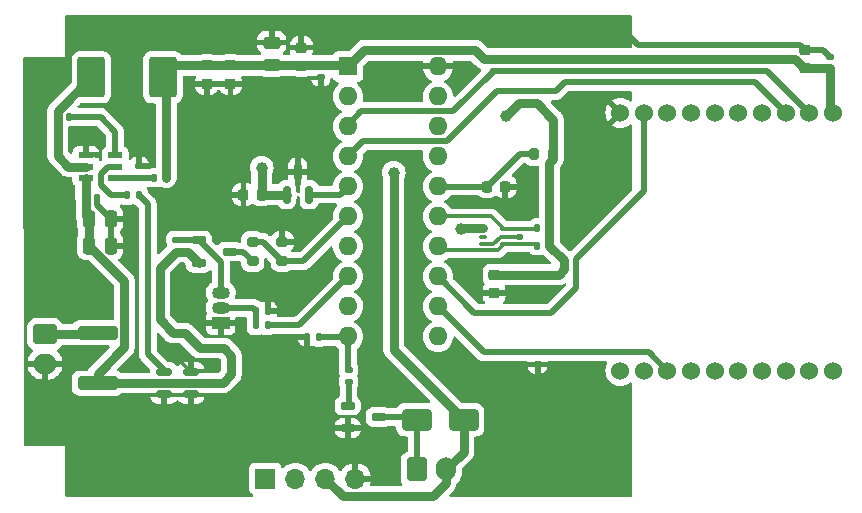
<source format=gtl>
G04 #@! TF.GenerationSoftware,KiCad,Pcbnew,8.0.6*
G04 #@! TF.CreationDate,2025-02-13T22:05:00-07:00*
G04 #@! TF.ProjectId,PACS_1.0,50414353-5f31-42e3-902e-6b696361645f,rev?*
G04 #@! TF.SameCoordinates,Original*
G04 #@! TF.FileFunction,Copper,L1,Top*
G04 #@! TF.FilePolarity,Positive*
%FSLAX46Y46*%
G04 Gerber Fmt 4.6, Leading zero omitted, Abs format (unit mm)*
G04 Created by KiCad (PCBNEW 8.0.6) date 2025-02-13 22:05:00*
%MOMM*%
%LPD*%
G01*
G04 APERTURE LIST*
G04 Aperture macros list*
%AMRoundRect*
0 Rectangle with rounded corners*
0 $1 Rounding radius*
0 $2 $3 $4 $5 $6 $7 $8 $9 X,Y pos of 4 corners*
0 Add a 4 corners polygon primitive as box body*
4,1,4,$2,$3,$4,$5,$6,$7,$8,$9,$2,$3,0*
0 Add four circle primitives for the rounded corners*
1,1,$1+$1,$2,$3*
1,1,$1+$1,$4,$5*
1,1,$1+$1,$6,$7*
1,1,$1+$1,$8,$9*
0 Add four rect primitives between the rounded corners*
20,1,$1+$1,$2,$3,$4,$5,0*
20,1,$1+$1,$4,$5,$6,$7,0*
20,1,$1+$1,$6,$7,$8,$9,0*
20,1,$1+$1,$8,$9,$2,$3,0*%
G04 Aperture macros list end*
G04 #@! TA.AperFunction,ComponentPad*
%ADD10R,1.500000X1.050000*%
G04 #@! TD*
G04 #@! TA.AperFunction,ComponentPad*
%ADD11O,1.500000X1.050000*%
G04 #@! TD*
G04 #@! TA.AperFunction,SMDPad,CuDef*
%ADD12RoundRect,0.140000X-0.140000X-0.170000X0.140000X-0.170000X0.140000X0.170000X-0.140000X0.170000X0*%
G04 #@! TD*
G04 #@! TA.AperFunction,SMDPad,CuDef*
%ADD13RoundRect,0.135000X-0.135000X-0.185000X0.135000X-0.185000X0.135000X0.185000X-0.135000X0.185000X0*%
G04 #@! TD*
G04 #@! TA.AperFunction,ComponentPad*
%ADD14R,1.600000X1.600000*%
G04 #@! TD*
G04 #@! TA.AperFunction,ComponentPad*
%ADD15O,1.600000X1.600000*%
G04 #@! TD*
G04 #@! TA.AperFunction,SMDPad,CuDef*
%ADD16RoundRect,0.200000X0.200000X0.275000X-0.200000X0.275000X-0.200000X-0.275000X0.200000X-0.275000X0*%
G04 #@! TD*
G04 #@! TA.AperFunction,SMDPad,CuDef*
%ADD17RoundRect,0.150000X0.150000X-0.587500X0.150000X0.587500X-0.150000X0.587500X-0.150000X-0.587500X0*%
G04 #@! TD*
G04 #@! TA.AperFunction,SMDPad,CuDef*
%ADD18RoundRect,0.135000X-0.185000X0.135000X-0.185000X-0.135000X0.185000X-0.135000X0.185000X0.135000X0*%
G04 #@! TD*
G04 #@! TA.AperFunction,SMDPad,CuDef*
%ADD19RoundRect,0.225000X0.250000X-0.225000X0.250000X0.225000X-0.250000X0.225000X-0.250000X-0.225000X0*%
G04 #@! TD*
G04 #@! TA.AperFunction,SMDPad,CuDef*
%ADD20RoundRect,0.075000X-0.250000X-0.075000X0.250000X-0.075000X0.250000X0.075000X-0.250000X0.075000X0*%
G04 #@! TD*
G04 #@! TA.AperFunction,SMDPad,CuDef*
%ADD21RoundRect,0.135000X0.135000X0.185000X-0.135000X0.185000X-0.135000X-0.185000X0.135000X-0.185000X0*%
G04 #@! TD*
G04 #@! TA.AperFunction,SMDPad,CuDef*
%ADD22RoundRect,0.250000X-0.250000X-0.475000X0.250000X-0.475000X0.250000X0.475000X-0.250000X0.475000X0*%
G04 #@! TD*
G04 #@! TA.AperFunction,ComponentPad*
%ADD23R,1.700000X1.700000*%
G04 #@! TD*
G04 #@! TA.AperFunction,ComponentPad*
%ADD24O,1.700000X1.700000*%
G04 #@! TD*
G04 #@! TA.AperFunction,SMDPad,CuDef*
%ADD25RoundRect,0.225000X-0.225000X-0.250000X0.225000X-0.250000X0.225000X0.250000X-0.225000X0.250000X0*%
G04 #@! TD*
G04 #@! TA.AperFunction,ComponentPad*
%ADD26RoundRect,0.250000X-0.750000X0.600000X-0.750000X-0.600000X0.750000X-0.600000X0.750000X0.600000X0*%
G04 #@! TD*
G04 #@! TA.AperFunction,ComponentPad*
%ADD27O,2.000000X1.700000*%
G04 #@! TD*
G04 #@! TA.AperFunction,SMDPad,CuDef*
%ADD28RoundRect,0.162500X-0.447500X-0.162500X0.447500X-0.162500X0.447500X0.162500X-0.447500X0.162500X0*%
G04 #@! TD*
G04 #@! TA.AperFunction,SMDPad,CuDef*
%ADD29RoundRect,0.140000X0.140000X0.170000X-0.140000X0.170000X-0.140000X-0.170000X0.140000X-0.170000X0*%
G04 #@! TD*
G04 #@! TA.AperFunction,SMDPad,CuDef*
%ADD30RoundRect,0.225000X-0.250000X0.225000X-0.250000X-0.225000X0.250000X-0.225000X0.250000X0.225000X0*%
G04 #@! TD*
G04 #@! TA.AperFunction,SMDPad,CuDef*
%ADD31RoundRect,0.250000X1.000000X0.650000X-1.000000X0.650000X-1.000000X-0.650000X1.000000X-0.650000X0*%
G04 #@! TD*
G04 #@! TA.AperFunction,SMDPad,CuDef*
%ADD32RoundRect,0.073750X-0.551250X-0.221250X0.551250X-0.221250X0.551250X0.221250X-0.551250X0.221250X0*%
G04 #@! TD*
G04 #@! TA.AperFunction,SMDPad,CuDef*
%ADD33RoundRect,0.250000X-1.450000X0.312500X-1.450000X-0.312500X1.450000X-0.312500X1.450000X0.312500X0*%
G04 #@! TD*
G04 #@! TA.AperFunction,SMDPad,CuDef*
%ADD34RoundRect,0.200000X0.275000X-0.200000X0.275000X0.200000X-0.275000X0.200000X-0.275000X-0.200000X0*%
G04 #@! TD*
G04 #@! TA.AperFunction,SMDPad,CuDef*
%ADD35RoundRect,0.135000X0.185000X-0.135000X0.185000X0.135000X-0.185000X0.135000X-0.185000X-0.135000X0*%
G04 #@! TD*
G04 #@! TA.AperFunction,SMDPad,CuDef*
%ADD36RoundRect,0.140000X-0.170000X0.140000X-0.170000X-0.140000X0.170000X-0.140000X0.170000X0.140000X0*%
G04 #@! TD*
G04 #@! TA.AperFunction,SMDPad,CuDef*
%ADD37RoundRect,0.140000X0.170000X-0.140000X0.170000X0.140000X-0.170000X0.140000X-0.170000X-0.140000X0*%
G04 #@! TD*
G04 #@! TA.AperFunction,ComponentPad*
%ADD38RoundRect,0.250000X-0.600000X-0.750000X0.600000X-0.750000X0.600000X0.750000X-0.600000X0.750000X0*%
G04 #@! TD*
G04 #@! TA.AperFunction,ComponentPad*
%ADD39O,1.700000X2.000000*%
G04 #@! TD*
G04 #@! TA.AperFunction,SMDPad,CuDef*
%ADD40RoundRect,0.250000X0.475000X-0.250000X0.475000X0.250000X-0.475000X0.250000X-0.475000X-0.250000X0*%
G04 #@! TD*
G04 #@! TA.AperFunction,SMDPad,CuDef*
%ADD41RoundRect,0.235000X-0.940000X-1.465000X0.940000X-1.465000X0.940000X1.465000X-0.940000X1.465000X0*%
G04 #@! TD*
G04 #@! TA.AperFunction,ComponentPad*
%ADD42C,1.524000*%
G04 #@! TD*
G04 #@! TA.AperFunction,SMDPad,CuDef*
%ADD43RoundRect,0.150000X-0.512500X-0.150000X0.512500X-0.150000X0.512500X0.150000X-0.512500X0.150000X0*%
G04 #@! TD*
G04 #@! TA.AperFunction,ViaPad*
%ADD44C,0.600000*%
G04 #@! TD*
G04 #@! TA.AperFunction,ViaPad*
%ADD45C,1.000000*%
G04 #@! TD*
G04 #@! TA.AperFunction,Conductor*
%ADD46C,0.500000*%
G04 #@! TD*
G04 #@! TA.AperFunction,Conductor*
%ADD47C,0.250000*%
G04 #@! TD*
G04 #@! TA.AperFunction,Conductor*
%ADD48C,0.300000*%
G04 #@! TD*
G04 #@! TA.AperFunction,Conductor*
%ADD49C,0.750000*%
G04 #@! TD*
G04 APERTURE END LIST*
D10*
X160925000Y-96020000D03*
D11*
X160925000Y-94750000D03*
X160925000Y-93480000D03*
D12*
X149520000Y-85500000D03*
X150480000Y-85500000D03*
D13*
X168240000Y-97250000D03*
X169260000Y-97250000D03*
X189990000Y-91500000D03*
X191010000Y-91500000D03*
D14*
X171700000Y-74325000D03*
D15*
X171700000Y-76865000D03*
X171700000Y-79405000D03*
X171700000Y-81945000D03*
X171700000Y-84485000D03*
X171700000Y-87025000D03*
X171700000Y-89565000D03*
X171700000Y-92105000D03*
X171700000Y-94645000D03*
X171700000Y-97185000D03*
X179320000Y-97185000D03*
X179320000Y-94645000D03*
X179320000Y-92105000D03*
X179320000Y-89565000D03*
X179320000Y-87025000D03*
X179320000Y-84485000D03*
X179320000Y-81945000D03*
X179320000Y-79405000D03*
X179320000Y-76865000D03*
X179320000Y-74325000D03*
D16*
X189075000Y-81750000D03*
X187425000Y-81750000D03*
D17*
X166500000Y-85175000D03*
X168400000Y-85175000D03*
X167450000Y-83300000D03*
D18*
X171750000Y-99990000D03*
X171750000Y-101010000D03*
D19*
X167750000Y-74275000D03*
X167750000Y-72725000D03*
D20*
X183100000Y-88100000D03*
X183100000Y-88750000D03*
X183100000Y-89400000D03*
X184900000Y-89400000D03*
X184900000Y-88750000D03*
X184900000Y-88100000D03*
D21*
X154010000Y-85250000D03*
X152990000Y-85250000D03*
D22*
X149750000Y-87250000D03*
X151650000Y-87250000D03*
D23*
X164700000Y-109225000D03*
D24*
X167240000Y-109225000D03*
X169780000Y-109225000D03*
X172320000Y-109225000D03*
D18*
X184050000Y-73665000D03*
X184050000Y-74685000D03*
D25*
X183475000Y-84500000D03*
X185025000Y-84500000D03*
X162850000Y-85175000D03*
X164400000Y-85175000D03*
D21*
X155760000Y-95750000D03*
X154740000Y-95750000D03*
D26*
X146050000Y-97000000D03*
D27*
X146050000Y-99500000D03*
D28*
X159080000Y-89050000D03*
X159080000Y-90950000D03*
X161700000Y-90000000D03*
D29*
X148080000Y-78600000D03*
X147120000Y-78600000D03*
D19*
X184070000Y-93525000D03*
X184070000Y-91975000D03*
D18*
X187750000Y-98540000D03*
X187750000Y-99560000D03*
D30*
X161750000Y-74225000D03*
X161750000Y-75775000D03*
D31*
X181500000Y-104250000D03*
X177500000Y-104250000D03*
D32*
X149490000Y-81850000D03*
X149490000Y-82800000D03*
X149490000Y-83750000D03*
X152000000Y-83750000D03*
X152000000Y-82800000D03*
X152000000Y-81850000D03*
D19*
X210400000Y-74450000D03*
X210400000Y-72900000D03*
D33*
X150500000Y-96862500D03*
X150500000Y-101137500D03*
D30*
X159750000Y-74225000D03*
X159750000Y-75775000D03*
D21*
X188760000Y-89500000D03*
X187740000Y-89500000D03*
D34*
X166140000Y-90825000D03*
X166140000Y-89175000D03*
D35*
X157140000Y-90010000D03*
X157140000Y-88990000D03*
D22*
X149750000Y-89500000D03*
X151650000Y-89500000D03*
D36*
X169400000Y-74295000D03*
X169400000Y-75255000D03*
D34*
X163640000Y-90825000D03*
X163640000Y-89175000D03*
D37*
X212550000Y-74505000D03*
X212550000Y-73545000D03*
D13*
X163880000Y-95000000D03*
X164900000Y-95000000D03*
D21*
X164900000Y-96250000D03*
X163880000Y-96250000D03*
X188760000Y-88000000D03*
X187740000Y-88000000D03*
D38*
X177500000Y-108450000D03*
D39*
X180000000Y-108450000D03*
D28*
X171690000Y-103050000D03*
X171690000Y-104950000D03*
X174310000Y-104000000D03*
D40*
X165250000Y-74200000D03*
X165250000Y-72300000D03*
D41*
X149975000Y-75250000D03*
X156025000Y-75250000D03*
D13*
X155290000Y-83750000D03*
X156310000Y-83750000D03*
D42*
X212750000Y-78250000D03*
X210750000Y-78250000D03*
X208750000Y-78250000D03*
X206750000Y-78250000D03*
X204750000Y-78250000D03*
X202750000Y-78250000D03*
X200750000Y-78250000D03*
X198750000Y-78250000D03*
X196750000Y-78250000D03*
X194750000Y-78250000D03*
X194750000Y-100094000D03*
X196750000Y-100094000D03*
X198750000Y-100094000D03*
X200750000Y-100094000D03*
X202750000Y-100094000D03*
X204750000Y-100094000D03*
X206750000Y-100094000D03*
X208750000Y-100094000D03*
X210750000Y-100094000D03*
X212750000Y-100094000D03*
D35*
X186450000Y-77460000D03*
X186450000Y-76440000D03*
D43*
X156112500Y-100175000D03*
X156112500Y-101125000D03*
X156112500Y-102075000D03*
X158387500Y-102075000D03*
X158387500Y-100175000D03*
D35*
X154000000Y-83760000D03*
X154000000Y-82740000D03*
D44*
X183250000Y-109800000D03*
X175650000Y-105550000D03*
X185525000Y-100825000D03*
X191250000Y-99850000D03*
X165150000Y-75800000D03*
X153300000Y-89800000D03*
X156574169Y-98500000D03*
X161150000Y-86200000D03*
X182025000Y-101875000D03*
X153100000Y-107850000D03*
X176500000Y-101350000D03*
X146061436Y-93864838D03*
X157050000Y-94650000D03*
X150775000Y-105750000D03*
X163425000Y-98975000D03*
X187825000Y-103025000D03*
X187850000Y-108650000D03*
X157650000Y-110150000D03*
X153300000Y-88650000D03*
X161150000Y-83950000D03*
X161050000Y-103450000D03*
X169000000Y-80950000D03*
X173800000Y-92225000D03*
X164600000Y-98975000D03*
X160000000Y-83950000D03*
X177250000Y-97850000D03*
X151925000Y-105750000D03*
X166550000Y-87900000D03*
X153075000Y-105750000D03*
X147195412Y-86168778D03*
X168650000Y-87900000D03*
X166100000Y-81800000D03*
X147850000Y-74350000D03*
X169000000Y-78950000D03*
X159950000Y-104600000D03*
X164600000Y-101150000D03*
X162800000Y-72850000D03*
X152500000Y-73050000D03*
X191650000Y-79200000D03*
X190500000Y-77050000D03*
X184400000Y-106350000D03*
X165700000Y-100125000D03*
X169900000Y-106700000D03*
X165350000Y-86600000D03*
X178350000Y-99000000D03*
X193875000Y-82450000D03*
X174300000Y-100325000D03*
X164025000Y-70850000D03*
X183250000Y-108650000D03*
X145075000Y-101350000D03*
X146225000Y-105750000D03*
X161050000Y-102500000D03*
X156500000Y-110150000D03*
X184375000Y-104175000D03*
X186300000Y-86850000D03*
X162850000Y-79600000D03*
X155375000Y-103450000D03*
X180878892Y-98562928D03*
X162800000Y-70850000D03*
X182025000Y-100825000D03*
X160600000Y-82900000D03*
X151950000Y-109000000D03*
X184400000Y-108650000D03*
X144600000Y-79631222D03*
X157625000Y-103450000D03*
X148200000Y-99500000D03*
X146061436Y-91664838D03*
X165700000Y-97825000D03*
X146061436Y-95014838D03*
X144600000Y-74381222D03*
X162200000Y-107850000D03*
X152500000Y-78200000D03*
X146045412Y-87218778D03*
X160500000Y-70850000D03*
X144595412Y-75400000D03*
X180875000Y-99700000D03*
X180900000Y-100825000D03*
X151925000Y-104600000D03*
X177250000Y-86800000D03*
X157700000Y-86200000D03*
X149423072Y-92826866D03*
X190100000Y-101875000D03*
X150275000Y-71900000D03*
X168475000Y-70850000D03*
X195025000Y-81400000D03*
X163425000Y-97825000D03*
X164600000Y-100125000D03*
X193550000Y-108650000D03*
X148273072Y-92826866D03*
X168800000Y-106700000D03*
X177250000Y-88975000D03*
X191300000Y-71000000D03*
X144911436Y-93864838D03*
X177250000Y-82200000D03*
X153650000Y-71900000D03*
X161750000Y-79600000D03*
X144895412Y-85118778D03*
X159950000Y-107850000D03*
X176500000Y-102500000D03*
X193875000Y-84750000D03*
X154795412Y-80268778D03*
X190100000Y-108650000D03*
X153300000Y-90950000D03*
X168650000Y-86750000D03*
X175650000Y-107850000D03*
X160750000Y-88650000D03*
X147375000Y-103450000D03*
X175400000Y-102500000D03*
X170000000Y-78950000D03*
X192725000Y-82450000D03*
X185550000Y-108650000D03*
X165850000Y-92250000D03*
X153650000Y-79250000D03*
X156525000Y-105750000D03*
X187825000Y-100825000D03*
X158300000Y-79600000D03*
X148273072Y-93876866D03*
X176125000Y-74450000D03*
X183175000Y-101875000D03*
X150800000Y-106700000D03*
X185550000Y-106350000D03*
X192725000Y-83600000D03*
X148500000Y-109000000D03*
X191250000Y-105325000D03*
X170000000Y-81950000D03*
X194700000Y-103025000D03*
X161150000Y-87350000D03*
X151925000Y-103450000D03*
X173200000Y-101350000D03*
X147211436Y-90614838D03*
X194750000Y-72200000D03*
X147195412Y-85118778D03*
X158850000Y-85100000D03*
X151950000Y-110150000D03*
X192400000Y-100825000D03*
X183227265Y-99848703D03*
X150573072Y-93876866D03*
X151350000Y-71900000D03*
X162850000Y-82900000D03*
X186850000Y-94075000D03*
X173800000Y-85650000D03*
X161750000Y-77300000D03*
X186675000Y-104175000D03*
X153650000Y-70850000D03*
X187450000Y-86850000D03*
X145745412Y-75400000D03*
X158800000Y-107850000D03*
X163300000Y-87750000D03*
X149125000Y-70850000D03*
X177250000Y-84500000D03*
X181550000Y-75200000D03*
X156500000Y-106700000D03*
X156525000Y-103450000D03*
X160600000Y-81750000D03*
X188950000Y-105325000D03*
X153645412Y-80268778D03*
X192400000Y-101875000D03*
X194700000Y-105325000D03*
X158800000Y-109000000D03*
X175650000Y-106700000D03*
X168800000Y-105550000D03*
X158300000Y-82900000D03*
X193525000Y-71000000D03*
X162200000Y-102300000D03*
X151950000Y-106700000D03*
X174300000Y-101350000D03*
X150350000Y-80600000D03*
X150800000Y-107850000D03*
X193875000Y-83600000D03*
X184375000Y-103025000D03*
X186675000Y-72150000D03*
X190500000Y-80250000D03*
X192400000Y-99850000D03*
X186675000Y-100825000D03*
X167325000Y-70850000D03*
X150800000Y-110150000D03*
X188950000Y-107500000D03*
X155375000Y-105750000D03*
X159050000Y-92350000D03*
X188950000Y-103025000D03*
X173800000Y-97850000D03*
X184450000Y-71000000D03*
X153645412Y-77168778D03*
X154200000Y-106700000D03*
X182375000Y-90950000D03*
X175350000Y-100350000D03*
X185527265Y-99848703D03*
X169900000Y-102300000D03*
X150350000Y-79750000D03*
X169950000Y-77850000D03*
X159950000Y-103450000D03*
X146061436Y-90614838D03*
X152495412Y-77168778D03*
X158850000Y-83950000D03*
X187450000Y-85025000D03*
X162250000Y-91450000D03*
X152500000Y-70850000D03*
X187850000Y-106350000D03*
X163450000Y-106700000D03*
X148525000Y-105750000D03*
X164000000Y-80100000D03*
X165700000Y-101150000D03*
X168800000Y-101150000D03*
X153100000Y-110150000D03*
X158200000Y-71900000D03*
X173800000Y-95550000D03*
X161050000Y-109000000D03*
X144911436Y-90614838D03*
X155375000Y-104600000D03*
X185550000Y-109800000D03*
X173800000Y-94400000D03*
X159450000Y-81750000D03*
X159950000Y-105750000D03*
X153000000Y-99800000D03*
X193550000Y-106350000D03*
X145750000Y-79631222D03*
X150775000Y-103450000D03*
X174450000Y-107850000D03*
X190100000Y-107500000D03*
X184400000Y-105350000D03*
X154825000Y-71900000D03*
X167550000Y-89000000D03*
X165850000Y-93400000D03*
X173350000Y-106700000D03*
X157050000Y-92350000D03*
X154200000Y-109000000D03*
X145750000Y-74381222D03*
X190500000Y-85825000D03*
X159450000Y-80600000D03*
X151350000Y-70850000D03*
X161050000Y-110150000D03*
X146061436Y-92714838D03*
X186675000Y-103025000D03*
X156500000Y-107850000D03*
X160500000Y-72850000D03*
X177250000Y-92225000D03*
X166300000Y-75800000D03*
X168800000Y-98975000D03*
X195025000Y-82450000D03*
X167550000Y-86750000D03*
X170000000Y-79950000D03*
X144895412Y-89518778D03*
X191250000Y-107500000D03*
X190100000Y-104175000D03*
X177250000Y-96700000D03*
X161750000Y-82900000D03*
X193550000Y-107500000D03*
X155838275Y-97695474D03*
X168800000Y-100125000D03*
X188050000Y-94075000D03*
X164600000Y-103450000D03*
X157625000Y-104600000D03*
X192725000Y-84750000D03*
X153650000Y-73050000D03*
X194700000Y-108650000D03*
X177250000Y-87825000D03*
X144595412Y-78600000D03*
X167050000Y-80950000D03*
X159050000Y-95650000D03*
X158057085Y-92357596D03*
X170675000Y-70850000D03*
X158050000Y-95650000D03*
X188050000Y-93200000D03*
X165700000Y-98975000D03*
X190500000Y-88125000D03*
X176125000Y-75550000D03*
X169550000Y-70850000D03*
X159950000Y-110150000D03*
X146045412Y-88368778D03*
X185525000Y-104175000D03*
X148500000Y-106700000D03*
X190500000Y-84750000D03*
X158300000Y-80600000D03*
X169900000Y-98975000D03*
X175400000Y-101350000D03*
X169750000Y-86750000D03*
X162850000Y-78450000D03*
X150300000Y-98450000D03*
X180725000Y-85775000D03*
X161750000Y-78450000D03*
X163450000Y-105550000D03*
X158057085Y-93475000D03*
X153650000Y-76150000D03*
X165700000Y-106700000D03*
X152495412Y-74068778D03*
X165150000Y-76800000D03*
X187825000Y-101875000D03*
X147375000Y-104600000D03*
X193875000Y-80250000D03*
X153645412Y-74068778D03*
X166250000Y-70850000D03*
X183175000Y-100825000D03*
X163575000Y-92250000D03*
X177250000Y-85650000D03*
X170000000Y-83950000D03*
X164000000Y-78950000D03*
X164000000Y-77800000D03*
X193550000Y-104175000D03*
X161900000Y-88650000D03*
X148500000Y-110150000D03*
X164600000Y-102300000D03*
X177250000Y-74450000D03*
X148200000Y-85100000D03*
X191650000Y-88125000D03*
X168800000Y-104400000D03*
X144600000Y-76531222D03*
X161050000Y-104600000D03*
X195025000Y-84750000D03*
X158775000Y-104600000D03*
X184400000Y-109800000D03*
X145075000Y-103450000D03*
X146225000Y-102400000D03*
X145075000Y-102400000D03*
X162150000Y-86600000D03*
X149650000Y-106700000D03*
X186700000Y-107500000D03*
X169550000Y-71950000D03*
X192400000Y-109800000D03*
X192725000Y-77050000D03*
X185700000Y-94075000D03*
X191250000Y-109800000D03*
X158775000Y-105750000D03*
X189100000Y-99800000D03*
X150800000Y-109000000D03*
X191650000Y-81400000D03*
X161650000Y-70850000D03*
X160000000Y-86200000D03*
X191650000Y-85825000D03*
X187050000Y-90600000D03*
X194700000Y-107500000D03*
X187450000Y-83325000D03*
X190500000Y-82450000D03*
X148200000Y-86150000D03*
X159450000Y-82900000D03*
X146704588Y-75481222D03*
X148525000Y-104600000D03*
X146700000Y-74350000D03*
X187450000Y-84150000D03*
X153100000Y-106700000D03*
X155350000Y-109000000D03*
X157650000Y-107850000D03*
X166300000Y-77800000D03*
X148200000Y-89500000D03*
X190100000Y-100825000D03*
X160600000Y-80600000D03*
X165175000Y-70850000D03*
X183250000Y-107500000D03*
X150775000Y-104600000D03*
X145750000Y-77581222D03*
X158200000Y-70850000D03*
X159950000Y-109000000D03*
X187850000Y-107500000D03*
X163300000Y-86600000D03*
X180950000Y-75950000D03*
X159350000Y-70850000D03*
X161050000Y-106700000D03*
X157050000Y-70850000D03*
X153300000Y-87600000D03*
X169900000Y-105550000D03*
X193550000Y-105325000D03*
X160600000Y-79600000D03*
X186700000Y-105350000D03*
X174950000Y-74450000D03*
X173800000Y-86800000D03*
X147195412Y-88368778D03*
X161750000Y-80600000D03*
X167550000Y-87900000D03*
X194700000Y-106350000D03*
X177250000Y-76700000D03*
X181225000Y-91825000D03*
X177250000Y-83350000D03*
X195025000Y-83600000D03*
X185550000Y-107500000D03*
X165700000Y-103450000D03*
X146225000Y-104600000D03*
X190100000Y-105325000D03*
X169900000Y-100125000D03*
X157700000Y-85100000D03*
X192725000Y-85775000D03*
X177250000Y-91075000D03*
X165350000Y-87750000D03*
X158850000Y-86200000D03*
X194700000Y-101875000D03*
X173800000Y-89925000D03*
X170000000Y-80950000D03*
X145750000Y-80681222D03*
X173800000Y-88975000D03*
X168000000Y-80950000D03*
X160000000Y-87350000D03*
X161050000Y-105750000D03*
X168800000Y-103450000D03*
X149350000Y-79750000D03*
X148500000Y-107850000D03*
X153650000Y-81300000D03*
X173200000Y-99175000D03*
X157050000Y-93500000D03*
X195025000Y-80250000D03*
X186675000Y-71000000D03*
X144900000Y-83050000D03*
X158775000Y-103450000D03*
X185525000Y-101875000D03*
X173200000Y-102500000D03*
X185700000Y-93200000D03*
X164000000Y-76800000D03*
X154800000Y-79250000D03*
X149250000Y-98450000D03*
X190025000Y-71000000D03*
X149650000Y-109000000D03*
X190500000Y-81400000D03*
X191250000Y-100825000D03*
X186700000Y-108650000D03*
X171825000Y-71950000D03*
X174450000Y-106700000D03*
X167000000Y-92250000D03*
X186300000Y-85025000D03*
X173800000Y-96700000D03*
X159450000Y-78450000D03*
X154225000Y-104600000D03*
X156500000Y-109000000D03*
X192400000Y-108650000D03*
X153300000Y-86550000D03*
X186700000Y-106350000D03*
X147211436Y-95014838D03*
X186300000Y-84150000D03*
X164350000Y-87750000D03*
X154800000Y-78200000D03*
X148200000Y-87200000D03*
X172900000Y-70850000D03*
X144911436Y-92714838D03*
X191250000Y-101875000D03*
X192725000Y-86975000D03*
X190100000Y-99850000D03*
X158057085Y-94625000D03*
X192400000Y-105325000D03*
X192400000Y-104175000D03*
X156600000Y-85100000D03*
X149430062Y-91654941D03*
X167450000Y-76800000D03*
X184375000Y-101875000D03*
X150573072Y-95026866D03*
X192400000Y-103025000D03*
X185525000Y-103025000D03*
X172175000Y-106700000D03*
X175650000Y-109000000D03*
X160600000Y-78450000D03*
X159450000Y-79600000D03*
X192725000Y-78050000D03*
X190100000Y-109800000D03*
X190500000Y-78050000D03*
X163425000Y-101150000D03*
X149675000Y-104600000D03*
X154200000Y-107850000D03*
X154225000Y-105750000D03*
X187850000Y-105350000D03*
X158300000Y-81750000D03*
X152500000Y-76150000D03*
X158300000Y-78450000D03*
X193525000Y-72150000D03*
X173800000Y-84500000D03*
X192400000Y-107500000D03*
X161650000Y-72850000D03*
X177250000Y-75550000D03*
X164600000Y-106700000D03*
X154200000Y-110150000D03*
X181025000Y-74350000D03*
X185600000Y-71000000D03*
X173800000Y-93375000D03*
X159050000Y-94625000D03*
X146225000Y-103450000D03*
X162200000Y-103450000D03*
X192400000Y-106350000D03*
X160500000Y-71900000D03*
X188950000Y-104175000D03*
X168800000Y-102300000D03*
X161050000Y-107850000D03*
X157700000Y-83950000D03*
X156600000Y-87350000D03*
X182050000Y-74450000D03*
X169000000Y-79950000D03*
X146750000Y-76500000D03*
X153075000Y-104600000D03*
X162200000Y-104600000D03*
X144895412Y-86168778D03*
X173800000Y-82200000D03*
X191300000Y-72150000D03*
X170675000Y-71950000D03*
X193875000Y-85775000D03*
X144895412Y-88368778D03*
X186300000Y-85975000D03*
X161650000Y-71900000D03*
X158800000Y-110150000D03*
X164600000Y-104400000D03*
X190500000Y-86975000D03*
X187850000Y-109800000D03*
X191650000Y-84750000D03*
X159050000Y-93475000D03*
X186275000Y-88750000D03*
X191650000Y-77050000D03*
X153075000Y-103450000D03*
X148200000Y-88350000D03*
X159950000Y-106700000D03*
X165700000Y-102300000D03*
X169900000Y-101150000D03*
X190100000Y-103025000D03*
X169000000Y-81950000D03*
X192450000Y-72150000D03*
X152500000Y-75100000D03*
X144895412Y-87218778D03*
X162200000Y-105750000D03*
X144600000Y-77581222D03*
X188950000Y-108650000D03*
X149650000Y-110150000D03*
X146045412Y-86168778D03*
X148525000Y-103450000D03*
X148450000Y-79750000D03*
X157650000Y-109000000D03*
X147195412Y-87218778D03*
X147211436Y-93864838D03*
X145745412Y-81700000D03*
X162850000Y-81750000D03*
X149125000Y-71900000D03*
X162200000Y-109000000D03*
X164600000Y-97825000D03*
X163425000Y-103450000D03*
X185350000Y-85975000D03*
X165700000Y-104400000D03*
X163450000Y-104400000D03*
X164750000Y-93400000D03*
X147375000Y-102400000D03*
X164350000Y-86600000D03*
X174450000Y-109000000D03*
X155350000Y-107850000D03*
X191650000Y-86975000D03*
X155975000Y-70850000D03*
X188950000Y-106350000D03*
X158850000Y-87350000D03*
X174300000Y-99175000D03*
X182375000Y-91825000D03*
X154100000Y-99800000D03*
X193875000Y-81400000D03*
X194800000Y-71025000D03*
X155350000Y-106700000D03*
X144911436Y-95014838D03*
X187450000Y-85975000D03*
X147375000Y-105750000D03*
X162200000Y-110150000D03*
X186700000Y-109800000D03*
X171825000Y-70850000D03*
X166300000Y-76800000D03*
X193550000Y-109800000D03*
X174300000Y-102500000D03*
X167450000Y-75800000D03*
X164000000Y-75800000D03*
X191250000Y-104175000D03*
X166550000Y-86750000D03*
X190500000Y-83600000D03*
X193550000Y-101875000D03*
X179650000Y-99700000D03*
X158300000Y-77300000D03*
X181675000Y-85775000D03*
X157625000Y-105750000D03*
X192725000Y-80250000D03*
X169900000Y-103450000D03*
X144900000Y-84100000D03*
X188950000Y-109800000D03*
X186675000Y-101875000D03*
X165700000Y-105550000D03*
X161750000Y-81750000D03*
X158200000Y-72850000D03*
X162850000Y-77300000D03*
X159350000Y-71900000D03*
X191650000Y-83600000D03*
X160600000Y-77300000D03*
X144595412Y-81700000D03*
X163425000Y-102300000D03*
X193550000Y-103025000D03*
X187800000Y-72150000D03*
X154225000Y-103450000D03*
X149350000Y-80600000D03*
X182025000Y-99700000D03*
X146050000Y-83050000D03*
X160250000Y-99750000D03*
X156600000Y-86200000D03*
X181225000Y-90950000D03*
X187825000Y-104175000D03*
X160000000Y-85100000D03*
X146045412Y-89518778D03*
X186300000Y-83325000D03*
X176125000Y-76700000D03*
X186500000Y-99850000D03*
X145750000Y-76531222D03*
X188950000Y-101875000D03*
X186850000Y-93200000D03*
X148450000Y-80600000D03*
X169900000Y-104400000D03*
X158800000Y-106700000D03*
X191650000Y-82450000D03*
X153100000Y-109000000D03*
X173800000Y-87825000D03*
X147211436Y-92714838D03*
X155350000Y-110150000D03*
X191650000Y-78050000D03*
X162550000Y-92800000D03*
X165150000Y-78950000D03*
X162800000Y-71900000D03*
X147854588Y-75481222D03*
X190500000Y-79200000D03*
X146050000Y-84100000D03*
X188950000Y-100825000D03*
X188950000Y-71000000D03*
X162200000Y-106700000D03*
X192725000Y-81400000D03*
X189200000Y-93200000D03*
X148216024Y-90596060D03*
X145075000Y-104600000D03*
X191250000Y-103025000D03*
X185350000Y-86850000D03*
X156525000Y-104600000D03*
X145745412Y-78600000D03*
X177250000Y-94400000D03*
X144600000Y-80681222D03*
X149423072Y-95026866D03*
X161150000Y-85100000D03*
X147195412Y-89518778D03*
X146225000Y-101350000D03*
X177250000Y-95550000D03*
X147211436Y-91664838D03*
X192725000Y-79200000D03*
X149423072Y-93876866D03*
X191650000Y-80250000D03*
X184377265Y-99848703D03*
X174950000Y-75550000D03*
X149675000Y-103450000D03*
X165150000Y-77800000D03*
X185600000Y-72150000D03*
X153650000Y-75100000D03*
X162850000Y-80600000D03*
X157050000Y-71900000D03*
X157425000Y-99000000D03*
X162150000Y-87750000D03*
X185550000Y-105350000D03*
X173800000Y-83350000D03*
X168000000Y-79950000D03*
X151950000Y-107850000D03*
X159350000Y-72850000D03*
X184375000Y-100825000D03*
X150573072Y-92826866D03*
X145075000Y-105750000D03*
X187800000Y-71000000D03*
X192450000Y-71000000D03*
X154800000Y-81300000D03*
X182375000Y-92775000D03*
X164600000Y-105550000D03*
X149650000Y-107850000D03*
X148273072Y-95026866D03*
X190025000Y-72150000D03*
X144911436Y-91664838D03*
X148200000Y-98450000D03*
X177250000Y-89925000D03*
X157650000Y-106700000D03*
X164750000Y-92250000D03*
X163425000Y-100125000D03*
X188950000Y-72150000D03*
X173200000Y-100325000D03*
X148280062Y-91654941D03*
X154825000Y-70850000D03*
X171075000Y-106700000D03*
X183250000Y-106350000D03*
X173825000Y-74450000D03*
X194700000Y-104175000D03*
X184400000Y-107500000D03*
X191250000Y-108650000D03*
X152500000Y-71900000D03*
X170000000Y-82950000D03*
X163575000Y-93400000D03*
X194700000Y-109800000D03*
X174450000Y-105550000D03*
X157700000Y-87350000D03*
X146045412Y-85118778D03*
X147375000Y-101350000D03*
X155975000Y-71900000D03*
X159450000Y-77300000D03*
X149250000Y-99500000D03*
X190100000Y-106350000D03*
X185475000Y-90625000D03*
X153650000Y-78200000D03*
X173800000Y-91075000D03*
X147200000Y-84100000D03*
X177250000Y-93375000D03*
X149675000Y-105750000D03*
X150275000Y-70850000D03*
X191250000Y-106350000D03*
D45*
X185050000Y-78550000D03*
X175575000Y-83325000D03*
X181300000Y-88100000D03*
X164400000Y-82900000D03*
D46*
X210400000Y-72900000D02*
X211905000Y-72900000D01*
X196275000Y-72500000D02*
X210000000Y-72500000D01*
X211905000Y-72900000D02*
X212550000Y-73545000D01*
X210000000Y-72500000D02*
X210400000Y-72900000D01*
D47*
X157425000Y-99000000D02*
X157425000Y-99212500D01*
X157425000Y-99212500D02*
X158387500Y-100175000D01*
D48*
X183100000Y-89400000D02*
X183971880Y-89400000D01*
D46*
X150480000Y-86080000D02*
X151650000Y-87250000D01*
D48*
X183971880Y-89400000D02*
X184621880Y-88750000D01*
X184621880Y-88750000D02*
X184900000Y-88750000D01*
D46*
X194800000Y-71025000D02*
X196275000Y-72500000D01*
X150480000Y-85500000D02*
X150480000Y-86080000D01*
D47*
X149350000Y-80600000D02*
X149350000Y-81710000D01*
D48*
X184900000Y-88750000D02*
X186275000Y-88750000D01*
D47*
X149350000Y-81710000D02*
X149490000Y-81850000D01*
D46*
X179335000Y-84500000D02*
X179320000Y-84485000D01*
X186225000Y-81750000D02*
X187425000Y-81750000D01*
X183475000Y-84500000D02*
X179335000Y-84500000D01*
X183475000Y-84500000D02*
X186225000Y-81750000D01*
D49*
X173075000Y-72950000D02*
X171700000Y-74325000D01*
X209552394Y-73665000D02*
X210337394Y-74450000D01*
X180000000Y-108450000D02*
X180000000Y-109600000D01*
X181375000Y-88025000D02*
X183100000Y-88025000D01*
X157050000Y-74225000D02*
X159750000Y-74225000D01*
X188760000Y-89500000D02*
X188760000Y-89510000D01*
X189075000Y-78835000D02*
X189075000Y-81750000D01*
X182460000Y-72950000D02*
X183175000Y-73665000D01*
X188760000Y-82490000D02*
X188760000Y-89500000D01*
X210337394Y-74450000D02*
X210400000Y-74450000D01*
X212550000Y-74505000D02*
X212550000Y-78050000D01*
X186450000Y-77460000D02*
X186140000Y-77460000D01*
X184050000Y-73665000D02*
X209552394Y-73665000D01*
X182460000Y-72950000D02*
X173075000Y-72950000D01*
X210400000Y-74450000D02*
X212495000Y-74450000D01*
X190000000Y-90750000D02*
X189990000Y-90760000D01*
X189075000Y-78835000D02*
X187700000Y-77460000D01*
X156310000Y-83750000D02*
X156310000Y-75535000D01*
X164400000Y-85175000D02*
X166500000Y-85175000D01*
X171600000Y-74225000D02*
X159750000Y-74225000D01*
X156025000Y-75250000D02*
X157050000Y-74225000D01*
X212550000Y-78050000D02*
X212750000Y-78250000D01*
X189540000Y-91950000D02*
X184095000Y-91950000D01*
X156310000Y-75535000D02*
X156025000Y-75250000D01*
X181500000Y-104250000D02*
X175575000Y-98325000D01*
X184095000Y-91950000D02*
X184070000Y-91975000D01*
X178875000Y-110725000D02*
X171280000Y-110725000D01*
X171280000Y-110725000D02*
X169780000Y-109225000D01*
X164400000Y-82900000D02*
X164400000Y-85175000D01*
X183175000Y-73665000D02*
X184050000Y-73665000D01*
X189075000Y-81750000D02*
X189075000Y-82175000D01*
X181500000Y-106950000D02*
X180000000Y-108450000D01*
X189990000Y-90760000D02*
X189990000Y-91500000D01*
X175575000Y-98325000D02*
X175575000Y-83325000D01*
X171700000Y-74325000D02*
X171600000Y-74225000D01*
X189075000Y-82175000D02*
X188760000Y-82490000D01*
X212495000Y-74450000D02*
X212550000Y-74505000D01*
X181300000Y-88100000D02*
X181375000Y-88025000D01*
X181500000Y-104250000D02*
X181500000Y-106950000D01*
X187700000Y-77460000D02*
X186450000Y-77460000D01*
X180000000Y-109600000D02*
X178875000Y-110725000D01*
X186140000Y-77460000D02*
X185050000Y-78550000D01*
X212775000Y-78225000D02*
X212750000Y-78250000D01*
X188760000Y-89510000D02*
X190000000Y-90750000D01*
X189990000Y-91500000D02*
X189540000Y-91950000D01*
X152775000Y-92525000D02*
X152775000Y-98075000D01*
X161075000Y-101125000D02*
X156112500Y-101125000D01*
X149520000Y-85500000D02*
X149520000Y-87020000D01*
X158140000Y-90010000D02*
X159080000Y-90950000D01*
X149750000Y-87250000D02*
X149750000Y-89500000D01*
X159150000Y-98175000D02*
X161200000Y-98175000D01*
X161825000Y-98800000D02*
X161825000Y-100375000D01*
X150500000Y-100350000D02*
X150500000Y-101137500D01*
X157875000Y-96900000D02*
X159150000Y-98175000D01*
X150500000Y-101137500D02*
X156100000Y-101137500D01*
X149490000Y-83750000D02*
X149490000Y-85470000D01*
X149490000Y-85470000D02*
X149520000Y-85500000D01*
X155760000Y-95750000D02*
X155760000Y-91390000D01*
X152775000Y-98075000D02*
X150500000Y-100350000D01*
X161200000Y-98175000D02*
X161825000Y-98800000D01*
X149750000Y-89500000D02*
X152775000Y-92525000D01*
X161825000Y-100375000D02*
X161075000Y-101125000D01*
X155760000Y-95750000D02*
X156910000Y-96900000D01*
X156100000Y-101137500D02*
X156112500Y-101125000D01*
X149520000Y-87020000D02*
X149750000Y-87250000D01*
X155760000Y-91390000D02*
X157140000Y-90010000D01*
X157140000Y-90010000D02*
X158140000Y-90010000D01*
X156910000Y-96900000D02*
X157875000Y-96900000D01*
X147120000Y-78600000D02*
X147120000Y-78105000D01*
X149490000Y-82800000D02*
X148025000Y-82800000D01*
X147120000Y-78105000D02*
X149975000Y-75250000D01*
X148025000Y-82800000D02*
X147120000Y-81895000D01*
X147120000Y-81895000D02*
X147120000Y-78600000D01*
D46*
X152000000Y-81850000D02*
X152000000Y-79850000D01*
X150750000Y-78600000D02*
X148080000Y-78600000D01*
X152000000Y-79850000D02*
X150750000Y-78600000D01*
X174310000Y-104000000D02*
X177250000Y-104000000D01*
X177250000Y-104000000D02*
X177500000Y-104250000D01*
X177500000Y-104250000D02*
X177500000Y-108450000D01*
D49*
X146050000Y-97000000D02*
X150362500Y-97000000D01*
X150362500Y-97000000D02*
X150500000Y-96862500D01*
D46*
X163655000Y-94775000D02*
X160950000Y-94775000D01*
X163880000Y-95000000D02*
X163655000Y-94775000D01*
X163880000Y-95000000D02*
X163880000Y-96250000D01*
X160950000Y-94775000D02*
X160925000Y-94750000D01*
X159020000Y-88990000D02*
X159080000Y-89050000D01*
X157140000Y-88990000D02*
X159020000Y-88990000D01*
X159080000Y-89050000D02*
X160925000Y-90895000D01*
X160925000Y-90895000D02*
X160925000Y-93480000D01*
X171750000Y-101010000D02*
X171750000Y-102990000D01*
X171750000Y-102990000D02*
X171690000Y-103050000D01*
D48*
X187640000Y-89400000D02*
X187740000Y-89500000D01*
X184400000Y-89900000D02*
X179655000Y-89900000D01*
X184900000Y-89400000D02*
X187640000Y-89400000D01*
X184900000Y-89400000D02*
X184400000Y-89900000D01*
X179655000Y-89900000D02*
X179320000Y-89565000D01*
X187640000Y-88100000D02*
X187740000Y-88000000D01*
X183825000Y-87025000D02*
X179320000Y-87025000D01*
X184900000Y-88100000D02*
X187640000Y-88100000D01*
X184900000Y-88100000D02*
X183825000Y-87025000D01*
D46*
X154740000Y-98677500D02*
X154740000Y-95750000D01*
X154740000Y-85980000D02*
X154010000Y-85250000D01*
X156112500Y-100050000D02*
X154740000Y-98677500D01*
X154740000Y-95750000D02*
X154740000Y-85980000D01*
X167555000Y-96250000D02*
X171700000Y-92105000D01*
X164900000Y-96250000D02*
X167555000Y-96250000D01*
X150750000Y-84382619D02*
X151617381Y-85250000D01*
X151617381Y-85250000D02*
X152990000Y-85250000D01*
X150750000Y-83425000D02*
X150750000Y-84382619D01*
X152000000Y-82800000D02*
X151375000Y-82800000D01*
X151375000Y-82800000D02*
X150750000Y-83425000D01*
X153990000Y-83750000D02*
X154000000Y-83760000D01*
X154000000Y-83760000D02*
X155280000Y-83760000D01*
X152000000Y-83750000D02*
X153990000Y-83750000D01*
X155280000Y-83760000D02*
X155290000Y-83750000D01*
X162815000Y-90000000D02*
X163640000Y-90825000D01*
X161700000Y-90000000D02*
X162815000Y-90000000D01*
X166140000Y-90825000D02*
X167900000Y-90825000D01*
X167900000Y-90825000D02*
X171700000Y-87025000D01*
X163640000Y-89175000D02*
X164490000Y-89175000D01*
X164490000Y-89175000D02*
X166140000Y-90825000D01*
X171700000Y-97185000D02*
X171700000Y-99940000D01*
X171635000Y-97250000D02*
X171700000Y-97185000D01*
X169260000Y-97250000D02*
X171635000Y-97250000D01*
X171700000Y-99940000D02*
X171750000Y-99990000D01*
X191010000Y-90590000D02*
X191010000Y-91500000D01*
X196750000Y-78250000D02*
X196750000Y-84850000D01*
X191010000Y-93090000D02*
X188925000Y-95175000D01*
X196750000Y-84850000D02*
X191010000Y-90590000D01*
X191010000Y-91500000D02*
X191010000Y-93090000D01*
X188925000Y-95175000D02*
X182390000Y-95175000D01*
X182390000Y-95175000D02*
X179320000Y-92105000D01*
X180075000Y-80675000D02*
X184310000Y-76440000D01*
X171700000Y-81945000D02*
X172970000Y-80675000D01*
X206140000Y-75640000D02*
X208750000Y-78250000D01*
X186450000Y-76440000D02*
X189285000Y-76440000D01*
X172970000Y-80675000D02*
X180075000Y-80675000D01*
X189285000Y-76440000D02*
X190085000Y-75640000D01*
X190085000Y-75640000D02*
X206140000Y-75640000D01*
X184310000Y-76440000D02*
X186450000Y-76440000D01*
X184050000Y-74685000D02*
X207185000Y-74685000D01*
X207185000Y-74685000D02*
X210750000Y-78250000D01*
X171700000Y-79260000D02*
X172835000Y-78125000D01*
X172835000Y-78125000D02*
X180610000Y-78125000D01*
X180610000Y-78125000D02*
X184050000Y-74685000D01*
X183215000Y-98540000D02*
X187750000Y-98540000D01*
X179320000Y-94645000D02*
X183215000Y-98540000D01*
X197196000Y-98540000D02*
X198750000Y-100094000D01*
X187750000Y-98540000D02*
X197196000Y-98540000D01*
X168400000Y-85175000D02*
X171010000Y-85175000D01*
X171010000Y-85175000D02*
X171700000Y-84485000D01*
G04 #@! TA.AperFunction,Conductor*
G36*
X195693039Y-70019685D02*
G01*
X195738794Y-70072489D01*
X195750000Y-70124000D01*
X195750000Y-72665500D01*
X195730315Y-72732539D01*
X195677511Y-72778294D01*
X195626000Y-72789500D01*
X183589006Y-72789500D01*
X183521967Y-72769815D01*
X183501325Y-72753181D01*
X183018102Y-72269957D01*
X183018098Y-72269954D01*
X182874711Y-72174145D01*
X182874698Y-72174138D01*
X182715378Y-72108146D01*
X182715366Y-72108143D01*
X182546232Y-72074500D01*
X182546229Y-72074500D01*
X172988771Y-72074500D01*
X172988768Y-72074500D01*
X172819633Y-72108143D01*
X172819621Y-72108146D01*
X172660301Y-72174138D01*
X172660288Y-72174145D01*
X172516901Y-72269954D01*
X172516897Y-72269957D01*
X171798673Y-72988181D01*
X171737350Y-73021666D01*
X171710992Y-73024500D01*
X170852129Y-73024500D01*
X170852123Y-73024501D01*
X170792516Y-73030908D01*
X170657671Y-73081202D01*
X170657664Y-73081206D01*
X170542455Y-73167452D01*
X170542452Y-73167455D01*
X170456207Y-73282663D01*
X170454973Y-73284924D01*
X170453150Y-73286746D01*
X170450888Y-73289769D01*
X170450453Y-73289443D01*
X170405569Y-73334331D01*
X170346139Y-73349500D01*
X168803107Y-73349500D01*
X168736068Y-73329815D01*
X168690313Y-73277011D01*
X168680369Y-73207853D01*
X168685401Y-73186496D01*
X168714855Y-73097606D01*
X168724999Y-72998322D01*
X168725000Y-72998309D01*
X168725000Y-72975000D01*
X166775001Y-72975000D01*
X166775001Y-72998322D01*
X166785144Y-73097607D01*
X166814599Y-73186496D01*
X166817001Y-73256324D01*
X166781269Y-73316366D01*
X166718749Y-73347559D01*
X166696893Y-73349500D01*
X166285523Y-73349500D01*
X166218484Y-73329815D01*
X166172729Y-73277011D01*
X166162785Y-73207853D01*
X166191810Y-73144297D01*
X166197842Y-73137819D01*
X166317315Y-73018345D01*
X166409356Y-72869124D01*
X166409358Y-72869119D01*
X166464505Y-72702697D01*
X166464506Y-72702690D01*
X166474999Y-72599986D01*
X166475000Y-72599973D01*
X166475000Y-72550000D01*
X164025001Y-72550000D01*
X164025001Y-72599986D01*
X164035494Y-72702697D01*
X164090641Y-72869119D01*
X164090643Y-72869124D01*
X164182684Y-73018345D01*
X164302158Y-73137819D01*
X164335643Y-73199142D01*
X164330659Y-73268834D01*
X164288787Y-73324767D01*
X164223323Y-73349184D01*
X164214477Y-73349500D01*
X162360855Y-73349500D01*
X162315802Y-73339512D01*
X162315552Y-73340269D01*
X162308698Y-73337998D01*
X162308697Y-73337997D01*
X162214766Y-73306871D01*
X162147709Y-73284651D01*
X162048346Y-73274500D01*
X161451662Y-73274500D01*
X161451644Y-73274501D01*
X161352292Y-73284650D01*
X161352289Y-73284651D01*
X161240469Y-73321705D01*
X161191303Y-73337997D01*
X161191301Y-73337997D01*
X161184448Y-73340269D01*
X161184197Y-73339512D01*
X161139145Y-73349500D01*
X160360855Y-73349500D01*
X160315802Y-73339512D01*
X160315552Y-73340269D01*
X160308698Y-73337998D01*
X160308697Y-73337997D01*
X160214766Y-73306871D01*
X160147709Y-73284651D01*
X160048346Y-73274500D01*
X159451662Y-73274500D01*
X159451644Y-73274501D01*
X159352292Y-73284650D01*
X159352289Y-73284651D01*
X159240469Y-73321705D01*
X159191303Y-73337997D01*
X159191301Y-73337997D01*
X159184448Y-73340269D01*
X159184197Y-73339512D01*
X159139145Y-73349500D01*
X157621016Y-73349500D01*
X157553977Y-73329815D01*
X157533335Y-73313181D01*
X157424289Y-73204135D01*
X157424285Y-73204132D01*
X157277955Y-73113874D01*
X157277953Y-73113873D01*
X157179358Y-73081202D01*
X157114744Y-73059791D01*
X157114742Y-73059790D01*
X157014012Y-73049500D01*
X155035996Y-73049500D01*
X155035979Y-73049501D01*
X154935256Y-73059790D01*
X154935253Y-73059791D01*
X154772047Y-73113873D01*
X154772044Y-73113874D01*
X154625714Y-73204132D01*
X154625710Y-73204135D01*
X154504135Y-73325710D01*
X154504132Y-73325714D01*
X154413874Y-73472044D01*
X154413873Y-73472046D01*
X154359791Y-73635256D01*
X154359790Y-73635257D01*
X154349500Y-73735981D01*
X154349500Y-76764003D01*
X154349501Y-76764020D01*
X154359790Y-76864743D01*
X154359791Y-76864746D01*
X154413873Y-77027952D01*
X154413874Y-77027955D01*
X154504132Y-77174285D01*
X154504135Y-77174289D01*
X154625710Y-77295864D01*
X154625714Y-77295867D01*
X154772044Y-77386125D01*
X154772046Y-77386126D01*
X154772048Y-77386127D01*
X154935256Y-77440209D01*
X155035989Y-77450500D01*
X155310501Y-77450499D01*
X155377539Y-77470183D01*
X155423294Y-77522987D01*
X155434500Y-77574499D01*
X155434500Y-82805500D01*
X155414815Y-82872539D01*
X155362011Y-82918294D01*
X155310501Y-82929500D01*
X155090830Y-82929500D01*
X155090808Y-82929501D01*
X155054799Y-82932334D01*
X154900607Y-82977131D01*
X154894441Y-82979800D01*
X154845190Y-82990000D01*
X154260409Y-82990000D01*
X154250682Y-82989618D01*
X154249191Y-82989500D01*
X153874000Y-82989500D01*
X153806961Y-82969815D01*
X153761206Y-82917011D01*
X153750000Y-82865500D01*
X153750000Y-82490000D01*
X154250000Y-82490000D01*
X154812844Y-82490000D01*
X154772404Y-82350805D01*
X154690738Y-82212714D01*
X154690731Y-82212705D01*
X154577294Y-82099268D01*
X154577285Y-82099261D01*
X154439191Y-82017593D01*
X154439188Y-82017592D01*
X154285130Y-81972834D01*
X154250000Y-81970068D01*
X154250000Y-82490000D01*
X153750000Y-82490000D01*
X153750000Y-81970068D01*
X153749999Y-81970068D01*
X153714869Y-81972834D01*
X153714868Y-81972834D01*
X153560811Y-82017592D01*
X153560808Y-82017593D01*
X153422714Y-82099261D01*
X153422709Y-82099265D01*
X153337180Y-82184794D01*
X153275856Y-82218278D01*
X153206165Y-82213294D01*
X153150231Y-82171422D01*
X153125815Y-82105957D01*
X153125499Y-82097139D01*
X153125499Y-81591114D01*
X153113308Y-81498511D01*
X153110720Y-81478848D01*
X153110719Y-81478847D01*
X153110719Y-81478841D01*
X153056442Y-81347804D01*
X153052857Y-81339149D01*
X153052856Y-81339148D01*
X153052856Y-81339147D01*
X152960810Y-81219190D01*
X152960808Y-81219189D01*
X152960808Y-81219188D01*
X152840853Y-81127144D01*
X152840849Y-81127141D01*
X152827042Y-81121422D01*
X152772641Y-81077579D01*
X152750579Y-81011284D01*
X152750500Y-81006863D01*
X152750500Y-79776079D01*
X152721659Y-79631092D01*
X152721658Y-79631091D01*
X152721658Y-79631087D01*
X152682282Y-79536024D01*
X152665086Y-79494509D01*
X152665085Y-79494507D01*
X152654599Y-79478814D01*
X152632186Y-79445270D01*
X152628945Y-79440419D01*
X152582956Y-79371589D01*
X152582952Y-79371584D01*
X151228421Y-78017052D01*
X151228414Y-78017046D01*
X151154729Y-77967812D01*
X151154729Y-77967813D01*
X151105491Y-77934913D01*
X150968917Y-77878343D01*
X150968907Y-77878340D01*
X150823920Y-77849500D01*
X150823918Y-77849500D01*
X148913005Y-77849500D01*
X148845966Y-77829815D01*
X148800211Y-77777011D01*
X148790267Y-77707853D01*
X148819292Y-77644297D01*
X148825324Y-77637819D01*
X148976325Y-77486818D01*
X149037648Y-77453333D01*
X149064006Y-77450499D01*
X150964004Y-77450499D01*
X150964010Y-77450499D01*
X151064744Y-77440209D01*
X151227952Y-77386127D01*
X151374289Y-77295865D01*
X151495865Y-77174289D01*
X151586127Y-77027952D01*
X151640209Y-76864744D01*
X151650500Y-76764011D01*
X151650499Y-73735990D01*
X151640209Y-73635256D01*
X151586127Y-73472048D01*
X151510343Y-73349184D01*
X151495867Y-73325714D01*
X151495864Y-73325710D01*
X151374289Y-73204135D01*
X151374285Y-73204132D01*
X151227955Y-73113874D01*
X151227953Y-73113873D01*
X151129358Y-73081202D01*
X151064744Y-73059791D01*
X151064742Y-73059790D01*
X150964012Y-73049500D01*
X148985996Y-73049500D01*
X148985979Y-73049501D01*
X148885256Y-73059790D01*
X148885253Y-73059791D01*
X148722047Y-73113873D01*
X148722044Y-73113874D01*
X148575714Y-73204132D01*
X148575710Y-73204135D01*
X148454135Y-73325710D01*
X148454132Y-73325714D01*
X148363874Y-73472044D01*
X148363873Y-73472046D01*
X148309791Y-73635256D01*
X148309790Y-73635257D01*
X148299500Y-73735981D01*
X148299500Y-75635993D01*
X148279815Y-75703032D01*
X148263181Y-75723674D01*
X147348554Y-76638302D01*
X146561901Y-77424955D01*
X146516673Y-77470183D01*
X146439953Y-77546902D01*
X146344145Y-77690288D01*
X146344138Y-77690301D01*
X146278146Y-77849621D01*
X146278143Y-77849633D01*
X146244500Y-78018766D01*
X146244500Y-81981233D01*
X146278143Y-82150366D01*
X146278146Y-82150378D01*
X146344138Y-82309698D01*
X146344145Y-82309711D01*
X146439954Y-82453098D01*
X146439957Y-82453102D01*
X147466897Y-83480042D01*
X147466901Y-83480045D01*
X147610288Y-83575854D01*
X147610301Y-83575861D01*
X147769621Y-83641853D01*
X147769626Y-83641855D01*
X147938766Y-83675499D01*
X147938769Y-83675500D01*
X147938771Y-83675500D01*
X148111229Y-83675500D01*
X148240500Y-83675500D01*
X148307539Y-83695185D01*
X148353294Y-83747989D01*
X148364500Y-83799499D01*
X148364500Y-84008888D01*
X148379279Y-84121151D01*
X148379282Y-84121162D01*
X148437142Y-84260850D01*
X148437143Y-84260852D01*
X148437144Y-84260853D01*
X148529190Y-84380810D01*
X148560474Y-84404815D01*
X148565986Y-84409044D01*
X148607189Y-84465472D01*
X148614500Y-84507420D01*
X148614500Y-85556229D01*
X148642117Y-85695068D01*
X148644500Y-85719260D01*
X148644500Y-87106233D01*
X148678143Y-87275366D01*
X148678145Y-87275374D01*
X148735226Y-87413181D01*
X148740061Y-87424852D01*
X148749500Y-87472305D01*
X148749500Y-87775000D01*
X148749501Y-87775019D01*
X148760000Y-87877796D01*
X148760001Y-87877799D01*
X148815185Y-88044331D01*
X148815190Y-88044342D01*
X148856038Y-88110566D01*
X148874500Y-88175663D01*
X148874500Y-88574336D01*
X148856039Y-88639432D01*
X148815189Y-88705659D01*
X148815185Y-88705668D01*
X148795752Y-88764313D01*
X148760001Y-88872203D01*
X148760001Y-88872204D01*
X148760000Y-88872204D01*
X148749500Y-88974983D01*
X148749500Y-90025001D01*
X148749501Y-90025019D01*
X148760000Y-90127796D01*
X148760001Y-90127799D01*
X148815185Y-90294331D01*
X148815187Y-90294336D01*
X148831325Y-90320500D01*
X148907288Y-90443656D01*
X149031344Y-90567712D01*
X149180666Y-90659814D01*
X149347203Y-90714999D01*
X149449991Y-90725500D01*
X149685992Y-90725499D01*
X149753032Y-90745183D01*
X149773674Y-90761818D01*
X151863181Y-92851325D01*
X151896666Y-92912648D01*
X151899500Y-92939006D01*
X151899500Y-95675500D01*
X151879815Y-95742539D01*
X151827011Y-95788294D01*
X151775500Y-95799500D01*
X148999998Y-95799500D01*
X148999981Y-95799501D01*
X148897203Y-95810000D01*
X148897200Y-95810001D01*
X148730668Y-95865185D01*
X148730663Y-95865187D01*
X148581342Y-95957289D01*
X148452181Y-96086451D01*
X148450294Y-96084564D01*
X148403375Y-96117788D01*
X148363132Y-96124500D01*
X147581058Y-96124500D01*
X147514019Y-96104815D01*
X147475519Y-96065597D01*
X147392712Y-95931344D01*
X147268656Y-95807288D01*
X147153227Y-95736091D01*
X147119336Y-95715187D01*
X147119331Y-95715185D01*
X147117862Y-95714698D01*
X146952797Y-95660001D01*
X146952795Y-95660000D01*
X146850010Y-95649500D01*
X145249998Y-95649500D01*
X145249981Y-95649501D01*
X145147203Y-95660000D01*
X145147200Y-95660001D01*
X144980668Y-95715185D01*
X144980663Y-95715187D01*
X144831342Y-95807289D01*
X144707289Y-95931342D01*
X144615187Y-96080663D01*
X144615185Y-96080668D01*
X144607184Y-96104815D01*
X144560001Y-96247203D01*
X144560001Y-96247204D01*
X144560000Y-96247204D01*
X144549500Y-96349983D01*
X144549500Y-97650001D01*
X144549501Y-97650018D01*
X144560000Y-97752796D01*
X144560001Y-97752799D01*
X144615185Y-97919331D01*
X144615187Y-97919336D01*
X144628384Y-97940731D01*
X144706676Y-98067664D01*
X144707289Y-98068657D01*
X144831344Y-98192712D01*
X144986558Y-98288448D01*
X145033283Y-98340396D01*
X145044506Y-98409358D01*
X145016663Y-98473441D01*
X145009144Y-98481668D01*
X144870271Y-98620541D01*
X144745379Y-98792442D01*
X144648904Y-98981782D01*
X144583242Y-99183870D01*
X144583242Y-99183873D01*
X144572769Y-99250000D01*
X145616988Y-99250000D01*
X145584075Y-99307007D01*
X145550000Y-99434174D01*
X145550000Y-99565826D01*
X145584075Y-99692993D01*
X145616988Y-99750000D01*
X144572769Y-99750000D01*
X144583242Y-99816126D01*
X144583242Y-99816129D01*
X144648904Y-100018217D01*
X144745379Y-100207557D01*
X144870272Y-100379459D01*
X144870276Y-100379464D01*
X145020535Y-100529723D01*
X145020540Y-100529727D01*
X145192442Y-100654620D01*
X145381782Y-100751095D01*
X145583870Y-100816757D01*
X145793754Y-100850000D01*
X145800000Y-100850000D01*
X145800000Y-99933012D01*
X145857007Y-99965925D01*
X145984174Y-100000000D01*
X146115826Y-100000000D01*
X146242993Y-99965925D01*
X146300000Y-99933012D01*
X146300000Y-100850000D01*
X146306246Y-100850000D01*
X146516127Y-100816757D01*
X146516130Y-100816757D01*
X146718217Y-100751095D01*
X146907557Y-100654620D01*
X147079459Y-100529727D01*
X147079464Y-100529723D01*
X147229723Y-100379464D01*
X147229727Y-100379459D01*
X147354620Y-100207557D01*
X147451095Y-100018217D01*
X147516757Y-99816129D01*
X147516757Y-99816126D01*
X147527231Y-99750000D01*
X146483012Y-99750000D01*
X146515925Y-99692993D01*
X146550000Y-99565826D01*
X146550000Y-99434174D01*
X146515925Y-99307007D01*
X146483012Y-99250000D01*
X147527231Y-99250000D01*
X147516757Y-99183873D01*
X147516757Y-99183870D01*
X147451095Y-98981782D01*
X147354620Y-98792442D01*
X147229727Y-98620540D01*
X147229723Y-98620535D01*
X147090856Y-98481668D01*
X147057371Y-98420345D01*
X147062355Y-98350653D01*
X147104227Y-98294720D01*
X147113441Y-98288448D01*
X147119331Y-98284814D01*
X147119334Y-98284814D01*
X147268656Y-98192712D01*
X147392712Y-98068656D01*
X147475519Y-97934402D01*
X147527467Y-97887679D01*
X147581058Y-97875500D01*
X148757993Y-97875500D01*
X148796997Y-97881794D01*
X148897203Y-97914999D01*
X148999991Y-97925500D01*
X151386994Y-97925499D01*
X151454033Y-97945184D01*
X151499788Y-97997987D01*
X151509732Y-98067146D01*
X151480707Y-98130702D01*
X151474675Y-98137180D01*
X150661002Y-98950854D01*
X149941901Y-99669955D01*
X149899199Y-99712657D01*
X149819953Y-99791902D01*
X149724145Y-99935288D01*
X149724137Y-99935303D01*
X149698186Y-99997954D01*
X149654345Y-100052357D01*
X149588050Y-100074421D01*
X149583626Y-100074500D01*
X148999998Y-100074500D01*
X148999980Y-100074501D01*
X148897203Y-100085000D01*
X148897200Y-100085001D01*
X148730668Y-100140185D01*
X148730663Y-100140187D01*
X148581342Y-100232289D01*
X148457289Y-100356342D01*
X148365187Y-100505663D01*
X148365186Y-100505666D01*
X148310001Y-100672203D01*
X148310001Y-100672204D01*
X148310000Y-100672204D01*
X148299500Y-100774983D01*
X148299500Y-101500001D01*
X148299501Y-101500019D01*
X148310000Y-101602796D01*
X148310001Y-101602799D01*
X148365185Y-101769331D01*
X148365186Y-101769334D01*
X148457288Y-101918656D01*
X148581344Y-102042712D01*
X148730666Y-102134814D01*
X148897203Y-102189999D01*
X148999991Y-102200500D01*
X152000008Y-102200499D01*
X152102797Y-102189999D01*
X152269334Y-102134814D01*
X152418656Y-102042712D01*
X152418662Y-102042705D01*
X152422422Y-102039734D01*
X152487217Y-102013593D01*
X152499333Y-102013000D01*
X156186230Y-102013000D01*
X156186230Y-102012999D01*
X156237091Y-102002882D01*
X156261282Y-102000500D01*
X161161231Y-102000500D01*
X161161232Y-102000499D01*
X161330374Y-101966855D01*
X161489705Y-101900858D01*
X161633099Y-101805045D01*
X162505045Y-100933099D01*
X162600858Y-100789705D01*
X162666855Y-100630374D01*
X162700500Y-100461229D01*
X162700500Y-100288771D01*
X162700500Y-98713771D01*
X162700500Y-98713768D01*
X162700499Y-98713766D01*
X162680638Y-98613918D01*
X162666855Y-98544626D01*
X162644422Y-98490468D01*
X162600861Y-98385301D01*
X162600854Y-98385288D01*
X162505046Y-98241902D01*
X162447649Y-98184505D01*
X162383099Y-98119955D01*
X162074963Y-97811819D01*
X161763145Y-97500000D01*
X167470069Y-97500000D01*
X167472832Y-97535122D01*
X167472833Y-97535128D01*
X167517592Y-97689188D01*
X167517593Y-97689191D01*
X167599261Y-97827285D01*
X167599268Y-97827294D01*
X167712705Y-97940731D01*
X167712714Y-97940738D01*
X167850805Y-98022404D01*
X167990000Y-98062844D01*
X167990000Y-97500000D01*
X167470069Y-97500000D01*
X161763145Y-97500000D01*
X161758102Y-97494957D01*
X161758098Y-97494954D01*
X161614711Y-97399145D01*
X161614698Y-97399138D01*
X161455378Y-97333146D01*
X161455366Y-97333143D01*
X161286232Y-97299500D01*
X161286229Y-97299500D01*
X159564006Y-97299500D01*
X159496967Y-97279815D01*
X159476325Y-97263181D01*
X158433102Y-96219957D01*
X158433098Y-96219954D01*
X158289711Y-96124145D01*
X158289698Y-96124138D01*
X158130378Y-96058146D01*
X158130366Y-96058143D01*
X157961232Y-96024500D01*
X157961229Y-96024500D01*
X157324006Y-96024500D01*
X157256967Y-96004815D01*
X157236325Y-95988181D01*
X156671819Y-95423675D01*
X156638334Y-95362352D01*
X156635500Y-95335994D01*
X156635500Y-91804006D01*
X156655185Y-91736967D01*
X156671819Y-91716325D01*
X157466325Y-90921819D01*
X157527648Y-90888334D01*
X157554006Y-90885500D01*
X157725994Y-90885500D01*
X157793033Y-90905185D01*
X157813675Y-90921819D01*
X157933181Y-91041325D01*
X157966666Y-91102648D01*
X157969500Y-91129003D01*
X157969500Y-91166098D01*
X157975568Y-91232882D01*
X157975571Y-91232893D01*
X158023467Y-91386598D01*
X158023468Y-91386600D01*
X158023469Y-91386602D01*
X158086027Y-91490085D01*
X158106766Y-91524391D01*
X158220608Y-91638233D01*
X158220610Y-91638234D01*
X158220612Y-91638236D01*
X158358398Y-91721531D01*
X158512113Y-91769430D01*
X158578909Y-91775500D01*
X158760474Y-91775499D01*
X158807929Y-91784938D01*
X158824626Y-91791855D01*
X158993766Y-91825499D01*
X158993769Y-91825500D01*
X158993771Y-91825500D01*
X159166231Y-91825500D01*
X159166232Y-91825499D01*
X159335374Y-91791855D01*
X159342014Y-91789104D01*
X159352074Y-91784938D01*
X159399526Y-91775499D01*
X159581097Y-91775499D01*
X159647882Y-91769431D01*
X159647885Y-91769430D01*
X159647887Y-91769430D01*
X159801602Y-91721531D01*
X159939388Y-91638236D01*
X159949447Y-91628177D01*
X159962819Y-91614806D01*
X160024142Y-91581321D01*
X160093834Y-91586305D01*
X160149767Y-91628177D01*
X160174184Y-91693641D01*
X160174500Y-91702487D01*
X160174500Y-92531489D01*
X160154815Y-92598528D01*
X160119391Y-92634591D01*
X160046282Y-92683441D01*
X160046278Y-92683444D01*
X159903441Y-92826281D01*
X159791217Y-92994237D01*
X159791212Y-92994247D01*
X159713909Y-93180872D01*
X159713907Y-93180880D01*
X159674500Y-93378992D01*
X159674500Y-93581007D01*
X159713907Y-93779119D01*
X159713909Y-93779127D01*
X159791213Y-93965755D01*
X159844904Y-94046109D01*
X159865782Y-94112787D01*
X159847297Y-94180167D01*
X159844904Y-94183891D01*
X159791213Y-94264244D01*
X159713909Y-94450872D01*
X159713907Y-94450880D01*
X159674500Y-94648992D01*
X159674500Y-94851007D01*
X159713907Y-95049119D01*
X159713910Y-95049131D01*
X159747547Y-95130338D01*
X159755016Y-95199807D01*
X159735405Y-95244864D01*
X159735895Y-95245132D01*
X159732910Y-95250596D01*
X159732260Y-95252092D01*
X159731646Y-95252911D01*
X159731645Y-95252913D01*
X159681403Y-95387620D01*
X159681401Y-95387627D01*
X159675000Y-95447155D01*
X159675000Y-95770000D01*
X160559134Y-95770000D01*
X160583326Y-95772383D01*
X160586123Y-95772939D01*
X160598995Y-95775499D01*
X160598996Y-95775500D01*
X160598997Y-95775500D01*
X160639170Y-95775500D01*
X160624925Y-95789745D01*
X160575556Y-95875255D01*
X160550000Y-95970630D01*
X160550000Y-96069370D01*
X160575556Y-96164745D01*
X160624925Y-96250255D01*
X160644670Y-96270000D01*
X159675000Y-96270000D01*
X159675000Y-96592844D01*
X159681401Y-96652372D01*
X159681403Y-96652379D01*
X159731645Y-96787086D01*
X159731649Y-96787093D01*
X159817809Y-96902187D01*
X159817812Y-96902190D01*
X159932906Y-96988350D01*
X159932913Y-96988354D01*
X160067620Y-97038596D01*
X160067627Y-97038598D01*
X160127155Y-97044999D01*
X160127172Y-97045000D01*
X160675000Y-97045000D01*
X160675000Y-96300330D01*
X160694745Y-96320075D01*
X160780255Y-96369444D01*
X160875630Y-96395000D01*
X160974370Y-96395000D01*
X161069745Y-96369444D01*
X161155255Y-96320075D01*
X161175000Y-96300330D01*
X161175000Y-97045000D01*
X161722828Y-97045000D01*
X161722844Y-97044999D01*
X161782372Y-97038598D01*
X161782379Y-97038596D01*
X161917086Y-96988354D01*
X161917093Y-96988350D01*
X162032187Y-96902190D01*
X162032190Y-96902187D01*
X162118350Y-96787093D01*
X162118354Y-96787086D01*
X162168596Y-96652379D01*
X162168598Y-96652372D01*
X162174999Y-96592844D01*
X162175000Y-96592827D01*
X162175000Y-96270000D01*
X161205330Y-96270000D01*
X161225075Y-96250255D01*
X161274444Y-96164745D01*
X161300000Y-96069370D01*
X161300000Y-95970630D01*
X161274444Y-95875255D01*
X161225075Y-95789745D01*
X161210830Y-95775500D01*
X161251004Y-95775500D01*
X161251004Y-95775499D01*
X161264473Y-95772820D01*
X161266674Y-95772383D01*
X161290866Y-95770000D01*
X162175000Y-95770000D01*
X162175000Y-95649500D01*
X162194685Y-95582461D01*
X162247489Y-95536706D01*
X162299000Y-95525500D01*
X163005500Y-95525500D01*
X163072539Y-95545185D01*
X163118294Y-95597989D01*
X163129500Y-95649500D01*
X163129500Y-95888064D01*
X163124577Y-95922657D01*
X163112336Y-95964792D01*
X163112334Y-95964802D01*
X163109500Y-96000811D01*
X163109500Y-96499169D01*
X163109501Y-96499191D01*
X163112335Y-96535205D01*
X163157129Y-96689388D01*
X163157131Y-96689393D01*
X163238863Y-96827595D01*
X163238869Y-96827603D01*
X163352396Y-96941130D01*
X163352400Y-96941133D01*
X163352402Y-96941135D01*
X163490607Y-97022869D01*
X163490614Y-97022871D01*
X163644791Y-97067664D01*
X163644794Y-97067664D01*
X163644796Y-97067665D01*
X163680819Y-97070500D01*
X164079180Y-97070499D01*
X164115204Y-97067665D01*
X164269393Y-97022869D01*
X164326882Y-96988869D01*
X164394602Y-96971688D01*
X164453117Y-96988869D01*
X164510607Y-97022869D01*
X164510610Y-97022869D01*
X164510612Y-97022871D01*
X164664791Y-97067664D01*
X164664794Y-97067664D01*
X164664796Y-97067665D01*
X164700819Y-97070500D01*
X165099180Y-97070499D01*
X165135204Y-97067665D01*
X165289393Y-97022869D01*
X165298018Y-97017767D01*
X165361139Y-97000500D01*
X167629908Y-97000500D01*
X167640086Y-97000000D01*
X168365500Y-97000000D01*
X168432539Y-97019685D01*
X168478294Y-97072489D01*
X168489500Y-97124000D01*
X168489500Y-97499170D01*
X168489501Y-97499182D01*
X168489618Y-97500663D01*
X168490000Y-97510393D01*
X168490000Y-98062844D01*
X168629194Y-98022405D01*
X168629196Y-98022404D01*
X168686386Y-97988582D01*
X168754109Y-97971398D01*
X168812629Y-97988581D01*
X168870607Y-98022869D01*
X168911268Y-98034682D01*
X169024791Y-98067664D01*
X169024794Y-98067664D01*
X169024796Y-98067665D01*
X169060819Y-98070500D01*
X169459180Y-98070499D01*
X169495204Y-98067665D01*
X169649393Y-98022869D01*
X169658018Y-98017767D01*
X169721139Y-98000500D01*
X170624951Y-98000500D01*
X170691990Y-98020185D01*
X170712632Y-98036819D01*
X170860859Y-98185046D01*
X170896621Y-98210086D01*
X170940247Y-98264662D01*
X170949500Y-98311662D01*
X170949500Y-99678064D01*
X170944577Y-99712657D01*
X170932336Y-99754792D01*
X170932334Y-99754802D01*
X170929500Y-99790811D01*
X170929500Y-100189169D01*
X170929501Y-100189191D01*
X170932335Y-100225205D01*
X170977129Y-100379388D01*
X170977132Y-100379395D01*
X171011128Y-100436881D01*
X171028309Y-100504605D01*
X171011128Y-100563119D01*
X170977132Y-100620604D01*
X170977129Y-100620611D01*
X170932335Y-100774791D01*
X170932334Y-100774797D01*
X170929500Y-100810811D01*
X170929500Y-101209169D01*
X170929501Y-101209191D01*
X170932335Y-101245205D01*
X170977129Y-101399388D01*
X170977131Y-101399393D01*
X170982232Y-101408018D01*
X170999500Y-101471139D01*
X170999500Y-102189731D01*
X170979815Y-102256770D01*
X170939650Y-102295848D01*
X170830608Y-102361766D01*
X170716766Y-102475608D01*
X170633469Y-102613397D01*
X170585569Y-102767116D01*
X170579500Y-102833911D01*
X170579500Y-103266098D01*
X170585568Y-103332882D01*
X170585571Y-103332893D01*
X170633467Y-103486598D01*
X170633468Y-103486600D01*
X170633469Y-103486602D01*
X170679894Y-103563398D01*
X170716766Y-103624391D01*
X170830608Y-103738233D01*
X170830610Y-103738234D01*
X170830612Y-103738236D01*
X170968398Y-103821531D01*
X171122113Y-103869430D01*
X171188909Y-103875500D01*
X172191090Y-103875499D01*
X172191097Y-103875499D01*
X172257882Y-103869431D01*
X172257885Y-103869430D01*
X172257887Y-103869430D01*
X172411602Y-103821531D01*
X172549388Y-103738236D01*
X172663236Y-103624388D01*
X172746531Y-103486602D01*
X172794430Y-103332887D01*
X172800500Y-103266091D01*
X172800499Y-102833910D01*
X172800499Y-102833909D01*
X172800499Y-102833901D01*
X172794431Y-102767117D01*
X172794428Y-102767106D01*
X172746532Y-102613401D01*
X172746531Y-102613400D01*
X172746531Y-102613398D01*
X172663236Y-102475612D01*
X172663234Y-102475610D01*
X172663233Y-102475608D01*
X172549390Y-102361765D01*
X172548023Y-102360694D01*
X172547281Y-102359656D01*
X172544085Y-102356460D01*
X172544616Y-102355928D01*
X172507393Y-102303852D01*
X172500500Y-102263086D01*
X172500500Y-101471139D01*
X172517768Y-101408018D01*
X172522869Y-101399393D01*
X172567665Y-101245204D01*
X172570500Y-101209181D01*
X172570499Y-100810820D01*
X172567665Y-100774796D01*
X172522869Y-100620607D01*
X172488869Y-100563117D01*
X172471688Y-100495398D01*
X172488869Y-100436882D01*
X172522869Y-100379393D01*
X172529566Y-100356344D01*
X172567664Y-100225208D01*
X172567664Y-100225206D01*
X172567665Y-100225204D01*
X172570500Y-100189181D01*
X172570499Y-99790820D01*
X172567665Y-99754796D01*
X172522869Y-99600607D01*
X172502300Y-99565826D01*
X172467768Y-99507434D01*
X172450500Y-99444314D01*
X172450500Y-98311662D01*
X172470185Y-98244623D01*
X172503379Y-98210086D01*
X172539140Y-98185046D01*
X172700045Y-98024141D01*
X172700047Y-98024139D01*
X172830568Y-97837734D01*
X172926739Y-97631496D01*
X172985635Y-97411692D01*
X173005468Y-97185000D01*
X172985635Y-96958308D01*
X172926739Y-96738504D01*
X172830568Y-96532266D01*
X172716560Y-96369444D01*
X172700045Y-96345858D01*
X172539141Y-96184954D01*
X172352734Y-96054432D01*
X172352728Y-96054429D01*
X172325038Y-96041517D01*
X172294724Y-96027381D01*
X172242285Y-95981210D01*
X172223133Y-95914017D01*
X172243348Y-95847135D01*
X172294725Y-95802618D01*
X172352734Y-95775568D01*
X172539139Y-95645047D01*
X172700047Y-95484139D01*
X172830568Y-95297734D01*
X172926739Y-95091496D01*
X172985635Y-94871692D01*
X173002634Y-94677384D01*
X173005468Y-94645001D01*
X173005468Y-94644998D01*
X172988865Y-94455232D01*
X172985635Y-94418308D01*
X172934409Y-94227129D01*
X172926741Y-94198511D01*
X172926738Y-94198502D01*
X172915122Y-94173591D01*
X172830568Y-93992266D01*
X172700047Y-93805861D01*
X172700045Y-93805858D01*
X172539141Y-93644954D01*
X172352734Y-93514432D01*
X172352728Y-93514429D01*
X172294725Y-93487382D01*
X172242285Y-93441210D01*
X172223133Y-93374017D01*
X172243348Y-93307135D01*
X172294725Y-93262618D01*
X172352734Y-93235568D01*
X172539139Y-93105047D01*
X172700047Y-92944139D01*
X172830568Y-92757734D01*
X172926739Y-92551496D01*
X172985635Y-92331692D01*
X173005468Y-92105000D01*
X172985635Y-91878308D01*
X172926739Y-91658504D01*
X172830568Y-91452266D01*
X172700047Y-91265861D01*
X172700045Y-91265858D01*
X172539141Y-91104954D01*
X172352734Y-90974432D01*
X172352728Y-90974429D01*
X172294725Y-90947382D01*
X172242285Y-90901210D01*
X172223133Y-90834017D01*
X172243348Y-90767135D01*
X172294725Y-90722618D01*
X172311064Y-90714999D01*
X172352734Y-90695568D01*
X172539139Y-90565047D01*
X172700047Y-90404139D01*
X172830568Y-90217734D01*
X172926739Y-90011496D01*
X172985635Y-89791692D01*
X173005468Y-89565000D01*
X172985635Y-89338308D01*
X172926739Y-89118504D01*
X172830568Y-88912266D01*
X172732839Y-88772693D01*
X172700045Y-88725858D01*
X172539141Y-88564954D01*
X172352734Y-88434432D01*
X172352728Y-88434429D01*
X172294725Y-88407382D01*
X172242285Y-88361210D01*
X172223133Y-88294017D01*
X172243348Y-88227135D01*
X172294725Y-88182618D01*
X172309640Y-88175663D01*
X172352734Y-88155568D01*
X172539139Y-88025047D01*
X172700047Y-87864139D01*
X172830568Y-87677734D01*
X172926739Y-87471496D01*
X172985635Y-87251692D01*
X173005468Y-87025000D01*
X172985635Y-86798308D01*
X172926739Y-86578504D01*
X172830568Y-86372266D01*
X172700047Y-86185861D01*
X172700045Y-86185858D01*
X172539141Y-86024954D01*
X172352734Y-85894432D01*
X172352728Y-85894429D01*
X172294725Y-85867382D01*
X172242285Y-85821210D01*
X172223133Y-85754017D01*
X172243348Y-85687135D01*
X172294725Y-85642618D01*
X172352734Y-85615568D01*
X172539139Y-85485047D01*
X172700047Y-85324139D01*
X172830568Y-85137734D01*
X172926739Y-84931496D01*
X172985635Y-84711692D01*
X173005468Y-84485000D01*
X172985635Y-84258308D01*
X172926739Y-84038504D01*
X172830568Y-83832266D01*
X172700047Y-83645861D01*
X172700045Y-83645858D01*
X172539141Y-83484954D01*
X172352734Y-83354432D01*
X172352728Y-83354429D01*
X172294725Y-83327382D01*
X172242285Y-83281210D01*
X172223133Y-83214017D01*
X172243348Y-83147135D01*
X172294725Y-83102618D01*
X172352734Y-83075568D01*
X172539139Y-82945047D01*
X172700047Y-82784139D01*
X172830568Y-82597734D01*
X172926739Y-82391496D01*
X172985635Y-82171692D01*
X173005468Y-81945000D01*
X172990869Y-81778137D01*
X173004635Y-81709639D01*
X173026713Y-81679653D01*
X173244548Y-81461819D01*
X173305871Y-81428334D01*
X173332229Y-81425500D01*
X177951222Y-81425500D01*
X178018261Y-81445185D01*
X178064016Y-81497989D01*
X178073960Y-81567147D01*
X178070997Y-81581593D01*
X178034366Y-81718302D01*
X178034364Y-81718313D01*
X178014532Y-81944998D01*
X178014532Y-81945001D01*
X178034364Y-82171686D01*
X178034366Y-82171697D01*
X178093258Y-82391488D01*
X178093261Y-82391497D01*
X178189431Y-82597732D01*
X178189432Y-82597734D01*
X178319954Y-82784141D01*
X178480858Y-82945045D01*
X178480861Y-82945047D01*
X178667266Y-83075568D01*
X178725275Y-83102618D01*
X178777714Y-83148791D01*
X178796866Y-83215984D01*
X178776650Y-83282865D01*
X178725275Y-83327382D01*
X178667267Y-83354431D01*
X178667265Y-83354432D01*
X178480858Y-83484954D01*
X178319954Y-83645858D01*
X178189432Y-83832265D01*
X178189431Y-83832267D01*
X178093261Y-84038502D01*
X178093258Y-84038511D01*
X178034366Y-84258302D01*
X178034364Y-84258313D01*
X178014532Y-84484998D01*
X178014532Y-84485001D01*
X178034364Y-84711686D01*
X178034366Y-84711697D01*
X178093258Y-84931488D01*
X178093261Y-84931497D01*
X178189431Y-85137732D01*
X178189432Y-85137734D01*
X178319954Y-85324141D01*
X178480858Y-85485045D01*
X178480861Y-85485047D01*
X178667266Y-85615568D01*
X178725275Y-85642618D01*
X178777714Y-85688791D01*
X178796866Y-85755984D01*
X178776650Y-85822865D01*
X178725275Y-85867382D01*
X178667267Y-85894431D01*
X178667265Y-85894432D01*
X178480858Y-86024954D01*
X178319954Y-86185858D01*
X178189432Y-86372265D01*
X178189431Y-86372267D01*
X178093261Y-86578502D01*
X178093258Y-86578511D01*
X178034366Y-86798302D01*
X178034364Y-86798313D01*
X178014532Y-87024998D01*
X178014532Y-87025001D01*
X178034364Y-87251686D01*
X178034366Y-87251697D01*
X178093258Y-87471488D01*
X178093261Y-87471497D01*
X178189431Y-87677732D01*
X178189432Y-87677734D01*
X178319954Y-87864141D01*
X178480858Y-88025045D01*
X178480861Y-88025047D01*
X178667266Y-88155568D01*
X178710360Y-88175663D01*
X178725275Y-88182618D01*
X178777714Y-88228791D01*
X178796866Y-88295984D01*
X178776650Y-88362865D01*
X178725275Y-88407382D01*
X178667267Y-88434431D01*
X178667265Y-88434432D01*
X178480858Y-88564954D01*
X178319954Y-88725858D01*
X178189432Y-88912265D01*
X178189431Y-88912267D01*
X178093261Y-89118502D01*
X178093258Y-89118511D01*
X178034366Y-89338302D01*
X178034364Y-89338313D01*
X178014532Y-89564998D01*
X178014532Y-89565001D01*
X178034364Y-89791686D01*
X178034366Y-89791697D01*
X178093258Y-90011488D01*
X178093261Y-90011497D01*
X178189431Y-90217732D01*
X178189432Y-90217734D01*
X178319954Y-90404141D01*
X178480858Y-90565045D01*
X178480861Y-90565047D01*
X178667266Y-90695568D01*
X178708936Y-90714999D01*
X178725275Y-90722618D01*
X178777714Y-90768791D01*
X178796866Y-90835984D01*
X178776650Y-90902865D01*
X178725275Y-90947382D01*
X178667267Y-90974431D01*
X178667265Y-90974432D01*
X178480858Y-91104954D01*
X178319954Y-91265858D01*
X178189432Y-91452265D01*
X178189431Y-91452267D01*
X178093261Y-91658502D01*
X178093258Y-91658511D01*
X178034366Y-91878302D01*
X178034364Y-91878313D01*
X178014532Y-92104998D01*
X178014532Y-92105001D01*
X178034364Y-92331686D01*
X178034366Y-92331697D01*
X178093258Y-92551488D01*
X178093261Y-92551497D01*
X178189431Y-92757732D01*
X178189432Y-92757734D01*
X178319954Y-92944141D01*
X178480858Y-93105045D01*
X178480861Y-93105047D01*
X178667266Y-93235568D01*
X178701812Y-93251677D01*
X178725275Y-93262618D01*
X178777714Y-93308791D01*
X178796866Y-93375984D01*
X178776650Y-93442865D01*
X178725275Y-93487382D01*
X178667267Y-93514431D01*
X178667265Y-93514432D01*
X178480858Y-93644954D01*
X178319954Y-93805858D01*
X178189432Y-93992265D01*
X178189431Y-93992267D01*
X178093261Y-94198502D01*
X178093258Y-94198511D01*
X178034366Y-94418302D01*
X178034364Y-94418313D01*
X178014532Y-94644998D01*
X178014532Y-94645001D01*
X178034364Y-94871686D01*
X178034366Y-94871697D01*
X178093258Y-95091488D01*
X178093261Y-95091497D01*
X178189431Y-95297732D01*
X178189432Y-95297734D01*
X178319954Y-95484141D01*
X178480858Y-95645045D01*
X178502216Y-95660000D01*
X178667266Y-95775568D01*
X178725275Y-95802618D01*
X178777714Y-95848791D01*
X178796866Y-95915984D01*
X178776650Y-95982865D01*
X178725275Y-96027382D01*
X178667267Y-96054431D01*
X178667265Y-96054432D01*
X178480858Y-96184954D01*
X178319954Y-96345858D01*
X178189432Y-96532265D01*
X178189431Y-96532267D01*
X178093261Y-96738502D01*
X178093258Y-96738511D01*
X178034366Y-96958302D01*
X178034364Y-96958313D01*
X178014532Y-97184998D01*
X178014532Y-97185001D01*
X178034364Y-97411686D01*
X178034366Y-97411697D01*
X178093258Y-97631488D01*
X178093261Y-97631497D01*
X178189431Y-97837732D01*
X178189432Y-97837734D01*
X178319954Y-98024141D01*
X178480858Y-98185045D01*
X178480861Y-98185047D01*
X178667266Y-98315568D01*
X178873504Y-98411739D01*
X179093308Y-98470635D01*
X179255230Y-98484801D01*
X179319998Y-98490468D01*
X179320000Y-98490468D01*
X179320002Y-98490468D01*
X179376673Y-98485509D01*
X179546692Y-98470635D01*
X179766496Y-98411739D01*
X179972734Y-98315568D01*
X180159139Y-98185047D01*
X180320047Y-98024139D01*
X180450568Y-97837734D01*
X180546739Y-97631496D01*
X180605635Y-97411692D01*
X180616223Y-97290670D01*
X180641674Y-97225604D01*
X180698265Y-97184626D01*
X180768027Y-97180747D01*
X180827431Y-97213799D01*
X182736578Y-99122947D01*
X182736585Y-99122953D01*
X182802286Y-99166852D01*
X182802288Y-99166853D01*
X182802291Y-99166855D01*
X182859505Y-99205084D01*
X182859506Y-99205084D01*
X182859507Y-99205085D01*
X182967942Y-99250000D01*
X182996087Y-99261658D01*
X182996091Y-99261658D01*
X182996092Y-99261659D01*
X183141079Y-99290500D01*
X183141082Y-99290500D01*
X183141083Y-99290500D01*
X183288918Y-99290500D01*
X186860555Y-99290500D01*
X186926964Y-99310000D01*
X187489591Y-99310000D01*
X187499318Y-99310382D01*
X187499516Y-99310397D01*
X187500819Y-99310500D01*
X187999180Y-99310499D01*
X187999193Y-99310498D01*
X188000668Y-99310382D01*
X188010393Y-99310000D01*
X188580542Y-99310000D01*
X188596277Y-99298256D01*
X188639445Y-99290500D01*
X193537023Y-99290500D01*
X193604062Y-99310185D01*
X193649817Y-99362989D01*
X193659761Y-99432147D01*
X193649406Y-99466900D01*
X193608318Y-99555013D01*
X193559106Y-99660548D01*
X193559104Y-99660554D01*
X193501930Y-99873929D01*
X193501929Y-99873937D01*
X193482677Y-100093997D01*
X193482677Y-100094002D01*
X193501929Y-100314062D01*
X193501930Y-100314070D01*
X193559104Y-100527445D01*
X193559105Y-100527447D01*
X193559106Y-100527450D01*
X193607100Y-100630374D01*
X193652466Y-100727662D01*
X193652468Y-100727666D01*
X193779170Y-100908615D01*
X193779175Y-100908621D01*
X193935378Y-101064824D01*
X193935384Y-101064829D01*
X194116333Y-101191531D01*
X194116335Y-101191532D01*
X194116338Y-101191534D01*
X194316550Y-101284894D01*
X194529932Y-101342070D01*
X194687123Y-101355822D01*
X194749998Y-101361323D01*
X194750000Y-101361323D01*
X194750002Y-101361323D01*
X194805017Y-101356509D01*
X194970068Y-101342070D01*
X195183450Y-101284894D01*
X195383662Y-101191534D01*
X195554878Y-101071647D01*
X195621083Y-101049321D01*
X195688850Y-101066331D01*
X195736663Y-101117279D01*
X195750000Y-101173223D01*
X195750000Y-110626000D01*
X195730315Y-110693039D01*
X195677511Y-110738794D01*
X195626000Y-110750000D01*
X180387506Y-110750000D01*
X180320467Y-110730315D01*
X180274712Y-110677511D01*
X180264768Y-110608353D01*
X180293793Y-110544797D01*
X180299825Y-110538319D01*
X180680042Y-110158102D01*
X180680045Y-110158099D01*
X180775858Y-110014705D01*
X180841855Y-109855374D01*
X180875500Y-109686229D01*
X180875500Y-109685758D01*
X180875570Y-109685519D01*
X180876097Y-109680169D01*
X180877111Y-109680268D01*
X180895185Y-109618719D01*
X180911819Y-109598077D01*
X181030104Y-109479792D01*
X181030106Y-109479788D01*
X181030109Y-109479786D01*
X181155048Y-109307820D01*
X181155047Y-109307820D01*
X181155051Y-109307816D01*
X181251557Y-109118412D01*
X181317246Y-108916243D01*
X181350500Y-108706287D01*
X181350500Y-108389006D01*
X181370185Y-108321967D01*
X181386819Y-108301325D01*
X182180042Y-107508102D01*
X182180045Y-107508099D01*
X182275858Y-107364705D01*
X182341855Y-107205374D01*
X182375500Y-107036229D01*
X182375500Y-106863771D01*
X182375500Y-105774499D01*
X182395185Y-105707460D01*
X182447989Y-105661705D01*
X182499500Y-105650499D01*
X182550002Y-105650499D01*
X182550008Y-105650499D01*
X182652797Y-105639999D01*
X182819334Y-105584814D01*
X182968656Y-105492712D01*
X183092712Y-105368656D01*
X183184814Y-105219334D01*
X183239999Y-105052797D01*
X183250500Y-104950009D01*
X183250499Y-103549992D01*
X183239999Y-103447203D01*
X183184814Y-103280666D01*
X183092712Y-103131344D01*
X182968656Y-103007288D01*
X182819334Y-102915186D01*
X182652797Y-102860001D01*
X182652795Y-102860000D01*
X182550016Y-102849500D01*
X182550009Y-102849500D01*
X181389006Y-102849500D01*
X181321967Y-102829815D01*
X181301325Y-102813181D01*
X178298144Y-99810000D01*
X186937156Y-99810000D01*
X186977595Y-99949194D01*
X187059261Y-100087285D01*
X187059268Y-100087294D01*
X187172705Y-100200731D01*
X187172714Y-100200738D01*
X187310808Y-100282406D01*
X187310811Y-100282407D01*
X187464871Y-100327166D01*
X187464877Y-100327167D01*
X187500000Y-100329931D01*
X187500000Y-100329930D01*
X188000000Y-100329930D01*
X188035122Y-100327167D01*
X188035128Y-100327166D01*
X188189188Y-100282407D01*
X188189191Y-100282406D01*
X188327285Y-100200738D01*
X188327294Y-100200731D01*
X188440731Y-100087294D01*
X188440738Y-100087285D01*
X188522404Y-99949194D01*
X188562844Y-99810000D01*
X188000000Y-99810000D01*
X188000000Y-100329930D01*
X187500000Y-100329930D01*
X187500000Y-99810000D01*
X186937156Y-99810000D01*
X178298144Y-99810000D01*
X176486819Y-97998675D01*
X176453334Y-97937352D01*
X176450500Y-97910994D01*
X176450500Y-83840530D01*
X176465142Y-83782076D01*
X176482555Y-83749500D01*
X176503814Y-83709727D01*
X176561024Y-83521132D01*
X176580341Y-83325000D01*
X176561024Y-83128868D01*
X176503814Y-82940273D01*
X176503811Y-82940269D01*
X176503811Y-82940266D01*
X176410913Y-82766467D01*
X176410909Y-82766460D01*
X176285883Y-82614116D01*
X176133539Y-82489090D01*
X176133532Y-82489086D01*
X175959733Y-82396188D01*
X175959727Y-82396186D01*
X175771132Y-82338976D01*
X175771129Y-82338975D01*
X175575000Y-82319659D01*
X175378870Y-82338975D01*
X175190266Y-82396188D01*
X175016467Y-82489086D01*
X175016460Y-82489090D01*
X174864116Y-82614116D01*
X174739090Y-82766460D01*
X174739086Y-82766467D01*
X174646188Y-82940266D01*
X174588975Y-83128870D01*
X174569659Y-83325000D01*
X174588975Y-83521129D01*
X174646187Y-83709730D01*
X174684858Y-83782076D01*
X174699500Y-83840530D01*
X174699500Y-98411233D01*
X174733143Y-98580366D01*
X174733146Y-98580378D01*
X174799138Y-98739698D01*
X174799145Y-98739711D01*
X174894954Y-98883098D01*
X174894957Y-98883102D01*
X178650319Y-102638463D01*
X178683804Y-102699786D01*
X178678820Y-102769478D01*
X178636948Y-102825411D01*
X178571484Y-102849828D01*
X178553171Y-102849551D01*
X178553166Y-102849661D01*
X178550092Y-102849504D01*
X178550057Y-102849504D01*
X178550031Y-102849501D01*
X178550012Y-102849500D01*
X178550009Y-102849500D01*
X178550003Y-102849500D01*
X176449998Y-102849500D01*
X176449981Y-102849501D01*
X176347203Y-102860000D01*
X176347200Y-102860001D01*
X176180668Y-102915185D01*
X176180663Y-102915187D01*
X176031342Y-103007289D01*
X175907289Y-103131342D01*
X175907288Y-103131344D01*
X175876926Y-103180570D01*
X175870741Y-103190597D01*
X175818793Y-103237321D01*
X175765202Y-103249500D01*
X175100959Y-103249500D01*
X175036811Y-103231618D01*
X175031602Y-103228469D01*
X174877887Y-103180570D01*
X174877885Y-103180569D01*
X174877883Y-103180569D01*
X174831117Y-103176319D01*
X174811091Y-103174500D01*
X174811088Y-103174500D01*
X173808901Y-103174500D01*
X173742117Y-103180568D01*
X173742106Y-103180571D01*
X173588401Y-103228467D01*
X173450608Y-103311766D01*
X173336766Y-103425608D01*
X173253469Y-103563397D01*
X173205569Y-103717116D01*
X173199500Y-103783911D01*
X173199500Y-104216098D01*
X173205568Y-104282882D01*
X173205571Y-104282893D01*
X173253467Y-104436598D01*
X173253468Y-104436600D01*
X173253469Y-104436602D01*
X173336764Y-104574388D01*
X173336766Y-104574391D01*
X173450608Y-104688233D01*
X173450610Y-104688234D01*
X173450612Y-104688236D01*
X173588398Y-104771531D01*
X173742113Y-104819430D01*
X173808909Y-104825500D01*
X174811090Y-104825499D01*
X174811097Y-104825499D01*
X174877882Y-104819431D01*
X174877885Y-104819430D01*
X174877887Y-104819430D01*
X175031602Y-104771531D01*
X175036811Y-104768381D01*
X175100959Y-104750500D01*
X175625501Y-104750500D01*
X175692540Y-104770185D01*
X175738295Y-104822989D01*
X175749501Y-104874500D01*
X175749501Y-104950018D01*
X175760000Y-105052796D01*
X175760001Y-105052799D01*
X175808779Y-105200000D01*
X175815186Y-105219334D01*
X175907288Y-105368656D01*
X176031344Y-105492712D01*
X176180666Y-105584814D01*
X176347203Y-105639999D01*
X176449991Y-105650500D01*
X176625500Y-105650499D01*
X176692539Y-105670183D01*
X176738294Y-105722987D01*
X176749500Y-105774499D01*
X176749500Y-106869699D01*
X176729815Y-106936738D01*
X176677011Y-106982493D01*
X176664507Y-106987403D01*
X176631962Y-106998188D01*
X176580668Y-107015185D01*
X176580663Y-107015187D01*
X176431342Y-107107289D01*
X176307289Y-107231342D01*
X176215187Y-107380663D01*
X176215185Y-107380668D01*
X176210325Y-107395334D01*
X176160001Y-107547203D01*
X176160001Y-107547204D01*
X176160000Y-107547204D01*
X176149500Y-107649983D01*
X176149500Y-109250001D01*
X176149501Y-109250018D01*
X176160000Y-109352796D01*
X176160001Y-109352799D01*
X176215185Y-109519331D01*
X176215189Y-109519340D01*
X176302198Y-109660404D01*
X176320638Y-109727796D01*
X176299715Y-109794459D01*
X176246073Y-109839229D01*
X176196659Y-109849500D01*
X173711889Y-109849500D01*
X173644850Y-109829815D01*
X173599095Y-109777011D01*
X173589151Y-109707853D01*
X173592114Y-109693406D01*
X173650636Y-109475000D01*
X172753012Y-109475000D01*
X172785925Y-109417993D01*
X172820000Y-109290826D01*
X172820000Y-109159174D01*
X172785925Y-109032007D01*
X172753012Y-108975000D01*
X173650636Y-108975000D01*
X173650635Y-108974999D01*
X173593432Y-108761513D01*
X173593429Y-108761507D01*
X173493600Y-108547422D01*
X173493599Y-108547420D01*
X173358113Y-108353926D01*
X173358108Y-108353920D01*
X173191082Y-108186894D01*
X172997578Y-108051399D01*
X172783492Y-107951570D01*
X172783486Y-107951567D01*
X172570000Y-107894364D01*
X172570000Y-108791988D01*
X172512993Y-108759075D01*
X172385826Y-108725000D01*
X172254174Y-108725000D01*
X172127007Y-108759075D01*
X172070000Y-108791988D01*
X172070000Y-107894364D01*
X172069999Y-107894364D01*
X171856513Y-107951567D01*
X171856507Y-107951570D01*
X171642422Y-108051399D01*
X171642420Y-108051400D01*
X171448926Y-108186886D01*
X171448920Y-108186891D01*
X171281891Y-108353920D01*
X171281890Y-108353922D01*
X171151880Y-108539595D01*
X171097303Y-108583219D01*
X171027804Y-108590412D01*
X170965450Y-108558890D01*
X170948730Y-108539594D01*
X170818494Y-108353597D01*
X170651402Y-108186506D01*
X170651395Y-108186501D01*
X170457834Y-108050967D01*
X170457830Y-108050965D01*
X170457828Y-108050964D01*
X170243663Y-107951097D01*
X170243659Y-107951096D01*
X170243655Y-107951094D01*
X170015413Y-107889938D01*
X170015403Y-107889936D01*
X169780001Y-107869341D01*
X169779999Y-107869341D01*
X169544596Y-107889936D01*
X169544586Y-107889938D01*
X169316344Y-107951094D01*
X169316335Y-107951098D01*
X169102171Y-108050964D01*
X169102169Y-108050965D01*
X168908597Y-108186505D01*
X168741505Y-108353597D01*
X168611575Y-108539158D01*
X168556998Y-108582783D01*
X168487500Y-108589977D01*
X168425145Y-108558454D01*
X168408425Y-108539158D01*
X168278494Y-108353597D01*
X168111402Y-108186506D01*
X168111395Y-108186501D01*
X167917834Y-108050967D01*
X167917830Y-108050965D01*
X167917828Y-108050964D01*
X167703663Y-107951097D01*
X167703659Y-107951096D01*
X167703655Y-107951094D01*
X167475413Y-107889938D01*
X167475403Y-107889936D01*
X167240001Y-107869341D01*
X167239999Y-107869341D01*
X167004596Y-107889936D01*
X167004586Y-107889938D01*
X166776344Y-107951094D01*
X166776335Y-107951098D01*
X166562171Y-108050964D01*
X166562169Y-108050965D01*
X166368600Y-108186503D01*
X166246673Y-108308430D01*
X166185350Y-108341914D01*
X166115658Y-108336930D01*
X166059725Y-108295058D01*
X166042810Y-108264081D01*
X165993797Y-108132671D01*
X165993793Y-108132664D01*
X165907547Y-108017455D01*
X165907544Y-108017452D01*
X165792335Y-107931206D01*
X165792328Y-107931202D01*
X165657482Y-107880908D01*
X165657483Y-107880908D01*
X165597883Y-107874501D01*
X165597881Y-107874500D01*
X165597873Y-107874500D01*
X165597864Y-107874500D01*
X163802129Y-107874500D01*
X163802123Y-107874501D01*
X163742516Y-107880908D01*
X163607671Y-107931202D01*
X163607664Y-107931206D01*
X163492455Y-108017452D01*
X163492452Y-108017455D01*
X163406206Y-108132664D01*
X163406202Y-108132671D01*
X163355908Y-108267517D01*
X163349501Y-108327116D01*
X163349500Y-108327135D01*
X163349500Y-110122870D01*
X163349501Y-110122876D01*
X163355908Y-110182483D01*
X163406202Y-110317328D01*
X163406206Y-110317335D01*
X163492452Y-110432544D01*
X163492455Y-110432547D01*
X163614769Y-110524112D01*
X163613425Y-110525907D01*
X163654091Y-110566572D01*
X163668944Y-110634844D01*
X163644528Y-110700309D01*
X163588595Y-110742181D01*
X163545260Y-110750000D01*
X147874000Y-110750000D01*
X147806961Y-110730315D01*
X147761206Y-110677511D01*
X147750000Y-110626000D01*
X147750000Y-106500000D01*
X144373906Y-106500000D01*
X144306867Y-106480315D01*
X144261112Y-106427511D01*
X144249906Y-106376094D01*
X144249014Y-105200000D01*
X170583085Y-105200000D01*
X170586064Y-105232792D01*
X170586067Y-105232802D01*
X170633927Y-105386392D01*
X170717163Y-105524080D01*
X170830919Y-105637836D01*
X170968603Y-105721070D01*
X171122207Y-105768934D01*
X171188957Y-105775000D01*
X171440000Y-105775000D01*
X171940000Y-105775000D01*
X172191043Y-105775000D01*
X172257792Y-105768934D01*
X172411396Y-105721070D01*
X172549080Y-105637836D01*
X172662836Y-105524080D01*
X172746072Y-105386392D01*
X172793932Y-105232802D01*
X172793935Y-105232792D01*
X172796914Y-105200000D01*
X171940000Y-105200000D01*
X171940000Y-105775000D01*
X171440000Y-105775000D01*
X171440000Y-105200000D01*
X170583085Y-105200000D01*
X144249014Y-105200000D01*
X144248730Y-104825499D01*
X144248635Y-104699999D01*
X170583085Y-104699999D01*
X170583085Y-104700000D01*
X171440000Y-104700000D01*
X171940000Y-104700000D01*
X172796915Y-104700000D01*
X172796914Y-104699999D01*
X172793935Y-104667207D01*
X172793932Y-104667197D01*
X172746072Y-104513607D01*
X172662836Y-104375919D01*
X172549080Y-104262163D01*
X172411396Y-104178929D01*
X172257792Y-104131065D01*
X172191043Y-104125000D01*
X171940000Y-104125000D01*
X171940000Y-104700000D01*
X171440000Y-104700000D01*
X171440000Y-104125000D01*
X171188957Y-104125000D01*
X171122207Y-104131065D01*
X170968603Y-104178929D01*
X170830919Y-104262163D01*
X170717163Y-104375919D01*
X170633927Y-104513607D01*
X170586067Y-104667197D01*
X170586064Y-104667207D01*
X170583085Y-104699999D01*
X144248635Y-104699999D01*
X144246834Y-102325001D01*
X154952704Y-102325001D01*
X154952899Y-102327486D01*
X154998718Y-102485198D01*
X155082314Y-102626552D01*
X155082321Y-102626561D01*
X155198438Y-102742678D01*
X155198447Y-102742685D01*
X155339803Y-102826282D01*
X155339806Y-102826283D01*
X155497504Y-102872099D01*
X155497510Y-102872100D01*
X155534350Y-102874999D01*
X155534366Y-102875000D01*
X155862500Y-102875000D01*
X156362500Y-102875000D01*
X156690634Y-102875000D01*
X156690649Y-102874999D01*
X156727489Y-102872100D01*
X156727495Y-102872099D01*
X156885193Y-102826283D01*
X156885196Y-102826282D01*
X157026552Y-102742685D01*
X157026561Y-102742678D01*
X157142678Y-102626561D01*
X157142682Y-102626555D01*
X157143267Y-102625568D01*
X157143927Y-102624951D01*
X157147463Y-102620393D01*
X157148198Y-102620963D01*
X157194336Y-102577884D01*
X157263077Y-102565380D01*
X157327667Y-102592024D01*
X157352364Y-102620526D01*
X157352537Y-102620393D01*
X157354997Y-102623564D01*
X157356733Y-102625568D01*
X157357317Y-102626555D01*
X157357321Y-102626561D01*
X157473438Y-102742678D01*
X157473447Y-102742685D01*
X157614803Y-102826282D01*
X157614806Y-102826283D01*
X157772504Y-102872099D01*
X157772510Y-102872100D01*
X157809350Y-102874999D01*
X157809366Y-102875000D01*
X158137500Y-102875000D01*
X158637500Y-102875000D01*
X158965634Y-102875000D01*
X158965649Y-102874999D01*
X159002489Y-102872100D01*
X159002495Y-102872099D01*
X159160193Y-102826283D01*
X159160196Y-102826282D01*
X159301552Y-102742685D01*
X159301561Y-102742678D01*
X159417678Y-102626561D01*
X159417685Y-102626552D01*
X159501281Y-102485198D01*
X159547100Y-102327486D01*
X159547295Y-102325001D01*
X159547295Y-102325000D01*
X158637500Y-102325000D01*
X158637500Y-102875000D01*
X158137500Y-102875000D01*
X158137500Y-102325000D01*
X156362500Y-102325000D01*
X156362500Y-102875000D01*
X155862500Y-102875000D01*
X155862500Y-102325000D01*
X154952705Y-102325000D01*
X154952704Y-102325001D01*
X144246834Y-102325001D01*
X144225093Y-73648215D01*
X144244727Y-73581163D01*
X144297496Y-73535368D01*
X144348213Y-73524126D01*
X147750000Y-73500000D01*
X147750000Y-72451677D01*
X166775000Y-72451677D01*
X166775000Y-72475000D01*
X167500000Y-72475000D01*
X168000000Y-72475000D01*
X168724999Y-72475000D01*
X168724999Y-72451692D01*
X168724998Y-72451677D01*
X168714855Y-72352392D01*
X168661547Y-72191518D01*
X168661542Y-72191507D01*
X168572575Y-72047271D01*
X168572572Y-72047267D01*
X168452732Y-71927427D01*
X168452728Y-71927424D01*
X168308492Y-71838457D01*
X168308481Y-71838452D01*
X168147606Y-71785144D01*
X168048322Y-71775000D01*
X168000000Y-71775000D01*
X168000000Y-72475000D01*
X167500000Y-72475000D01*
X167500000Y-71775000D01*
X167499999Y-71774999D01*
X167451693Y-71775000D01*
X167451675Y-71775001D01*
X167352392Y-71785144D01*
X167191518Y-71838452D01*
X167191507Y-71838457D01*
X167047271Y-71927424D01*
X167047267Y-71927427D01*
X166927427Y-72047267D01*
X166927424Y-72047271D01*
X166838457Y-72191507D01*
X166838452Y-72191518D01*
X166785144Y-72352393D01*
X166775000Y-72451677D01*
X147750000Y-72451677D01*
X147750000Y-72000013D01*
X164025000Y-72000013D01*
X164025000Y-72050000D01*
X165000000Y-72050000D01*
X165500000Y-72050000D01*
X166474999Y-72050000D01*
X166474999Y-72000028D01*
X166474998Y-72000013D01*
X166464505Y-71897302D01*
X166409358Y-71730880D01*
X166409356Y-71730875D01*
X166317315Y-71581654D01*
X166193345Y-71457684D01*
X166044124Y-71365643D01*
X166044119Y-71365641D01*
X165877697Y-71310494D01*
X165877690Y-71310493D01*
X165774986Y-71300000D01*
X165500000Y-71300000D01*
X165500000Y-72050000D01*
X165000000Y-72050000D01*
X165000000Y-71300000D01*
X164725029Y-71300000D01*
X164725012Y-71300001D01*
X164622302Y-71310494D01*
X164455880Y-71365641D01*
X164455875Y-71365643D01*
X164306654Y-71457684D01*
X164182684Y-71581654D01*
X164090643Y-71730875D01*
X164090641Y-71730880D01*
X164035494Y-71897302D01*
X164035493Y-71897309D01*
X164025000Y-72000013D01*
X147750000Y-72000013D01*
X147750000Y-70124000D01*
X147769685Y-70056961D01*
X147822489Y-70011206D01*
X147874000Y-70000000D01*
X195626000Y-70000000D01*
X195693039Y-70019685D01*
G37*
G04 #@! TD.AperFunction*
G04 #@! TA.AperFunction,Conductor*
G36*
X153563117Y-85988869D02*
G01*
X153620607Y-86022869D01*
X153732243Y-86055302D01*
X153785329Y-86086697D01*
X153953181Y-86254549D01*
X153986666Y-86315872D01*
X153989500Y-86342230D01*
X153989500Y-95388064D01*
X153984577Y-95422657D01*
X153972336Y-95464792D01*
X153972334Y-95464802D01*
X153969500Y-95500811D01*
X153969500Y-95999169D01*
X153969501Y-95999191D01*
X153969944Y-96004815D01*
X153972335Y-96035204D01*
X153982261Y-96069370D01*
X153984576Y-96077336D01*
X153989500Y-96111932D01*
X153989500Y-98751418D01*
X153989500Y-98751420D01*
X153989499Y-98751420D01*
X154018340Y-98896407D01*
X154018343Y-98896417D01*
X154074912Y-99032988D01*
X154074917Y-99032997D01*
X154082623Y-99044529D01*
X154098035Y-99067595D01*
X154098036Y-99067598D01*
X154098037Y-99067598D01*
X154137276Y-99126325D01*
X154157051Y-99155920D01*
X154157052Y-99155921D01*
X154913181Y-99912048D01*
X154946666Y-99973371D01*
X154949500Y-99999729D01*
X154949500Y-100138000D01*
X154929815Y-100205039D01*
X154877011Y-100250794D01*
X154825500Y-100262000D01*
X152499333Y-100262000D01*
X152432294Y-100242315D01*
X152422422Y-100235266D01*
X152418658Y-100232290D01*
X152418656Y-100232288D01*
X152269334Y-100140186D01*
X152218772Y-100123431D01*
X152161329Y-100083659D01*
X152134506Y-100019143D01*
X152146821Y-99950367D01*
X152170094Y-99918048D01*
X153455045Y-98633099D01*
X153550858Y-98489705D01*
X153616855Y-98330374D01*
X153650500Y-98161229D01*
X153650500Y-97988771D01*
X153650500Y-92438771D01*
X153650500Y-92438768D01*
X153650499Y-92438766D01*
X153630925Y-92340360D01*
X153616855Y-92269626D01*
X153608037Y-92248337D01*
X153550861Y-92110301D01*
X153550854Y-92110288D01*
X153455046Y-91966902D01*
X153455045Y-91966901D01*
X153333099Y-91844955D01*
X152285715Y-90797571D01*
X152252230Y-90736248D01*
X152257214Y-90666556D01*
X152299086Y-90610623D01*
X152308301Y-90604350D01*
X152368345Y-90567315D01*
X152492315Y-90443345D01*
X152584356Y-90294124D01*
X152584358Y-90294119D01*
X152639505Y-90127697D01*
X152639506Y-90127690D01*
X152649999Y-90024986D01*
X152650000Y-90024973D01*
X152650000Y-89750000D01*
X151524000Y-89750000D01*
X151456961Y-89730315D01*
X151411206Y-89677511D01*
X151400000Y-89626000D01*
X151400000Y-89250000D01*
X151900000Y-89250000D01*
X152649999Y-89250000D01*
X152649999Y-88975028D01*
X152649998Y-88975013D01*
X152639505Y-88872302D01*
X152584358Y-88705880D01*
X152584356Y-88705875D01*
X152492315Y-88556654D01*
X152398342Y-88462681D01*
X152364857Y-88401358D01*
X152369841Y-88331666D01*
X152398342Y-88287319D01*
X152492315Y-88193345D01*
X152584356Y-88044124D01*
X152584358Y-88044119D01*
X152639505Y-87877697D01*
X152639506Y-87877690D01*
X152649999Y-87774986D01*
X152650000Y-87774973D01*
X152650000Y-87500000D01*
X151900000Y-87500000D01*
X151900000Y-89250000D01*
X151400000Y-89250000D01*
X151400000Y-87124000D01*
X151419685Y-87056961D01*
X151472489Y-87011206D01*
X151524000Y-87000000D01*
X152649999Y-87000000D01*
X152649999Y-86725028D01*
X152649998Y-86725013D01*
X152639505Y-86622302D01*
X152584358Y-86455880D01*
X152584356Y-86455875D01*
X152492315Y-86306654D01*
X152397842Y-86212181D01*
X152364357Y-86150858D01*
X152369341Y-86081166D01*
X152411213Y-86025233D01*
X152476677Y-86000816D01*
X152485523Y-86000500D01*
X152528861Y-86000500D01*
X152591981Y-86017767D01*
X152600607Y-86022869D01*
X152607784Y-86024954D01*
X152754791Y-86067664D01*
X152754794Y-86067664D01*
X152754796Y-86067665D01*
X152790819Y-86070500D01*
X153189180Y-86070499D01*
X153225204Y-86067665D01*
X153379393Y-86022869D01*
X153436882Y-85988869D01*
X153504602Y-85971688D01*
X153563117Y-85988869D01*
G37*
G04 #@! TD.AperFunction*
G04 #@! TA.AperFunction,Conductor*
G36*
X155695703Y-96924293D02*
G01*
X155702181Y-96930325D01*
X156229955Y-97458099D01*
X156306978Y-97535122D01*
X156351902Y-97580046D01*
X156495288Y-97675854D01*
X156495301Y-97675861D01*
X156632135Y-97732539D01*
X156654626Y-97741855D01*
X156823766Y-97775499D01*
X156823769Y-97775500D01*
X156823771Y-97775500D01*
X157460994Y-97775500D01*
X157528033Y-97795185D01*
X157548675Y-97811819D01*
X158591897Y-98855042D01*
X158591901Y-98855045D01*
X158735288Y-98950854D01*
X158735301Y-98950861D01*
X158853934Y-99000000D01*
X158894626Y-99016855D01*
X159063766Y-99050499D01*
X159063769Y-99050500D01*
X159063771Y-99050500D01*
X159236229Y-99050500D01*
X160785994Y-99050500D01*
X160853033Y-99070185D01*
X160873675Y-99086819D01*
X160913181Y-99126325D01*
X160946666Y-99187648D01*
X160949500Y-99214006D01*
X160949500Y-99960994D01*
X160929815Y-100028033D01*
X160913181Y-100048675D01*
X160748675Y-100213181D01*
X160687352Y-100246666D01*
X160660994Y-100249500D01*
X158261500Y-100249500D01*
X158194461Y-100229815D01*
X158148706Y-100177011D01*
X158137500Y-100125500D01*
X158137500Y-99925000D01*
X158637500Y-99925000D01*
X159547295Y-99925000D01*
X159547295Y-99924998D01*
X159547100Y-99922513D01*
X159501281Y-99764801D01*
X159417685Y-99623447D01*
X159417678Y-99623438D01*
X159301561Y-99507321D01*
X159301552Y-99507314D01*
X159160196Y-99423717D01*
X159160193Y-99423716D01*
X159002495Y-99377900D01*
X159002489Y-99377899D01*
X158965649Y-99375000D01*
X158637500Y-99375000D01*
X158637500Y-99925000D01*
X158137500Y-99925000D01*
X158137500Y-99375000D01*
X157809350Y-99375000D01*
X157772510Y-99377899D01*
X157772504Y-99377900D01*
X157614806Y-99423716D01*
X157614803Y-99423717D01*
X157473447Y-99507314D01*
X157473438Y-99507321D01*
X157357321Y-99623438D01*
X157357312Y-99623449D01*
X157357017Y-99623950D01*
X157356683Y-99624261D01*
X157352537Y-99629607D01*
X157351674Y-99628937D01*
X157305943Y-99671629D01*
X157237200Y-99684127D01*
X157172614Y-99657476D01*
X157148063Y-99629140D01*
X157147861Y-99629298D01*
X157144967Y-99625568D01*
X157143559Y-99623942D01*
X157143085Y-99623140D01*
X157143076Y-99623129D01*
X157026870Y-99506923D01*
X157026862Y-99506917D01*
X156900432Y-99432147D01*
X156885398Y-99423256D01*
X156885397Y-99423255D01*
X156885396Y-99423255D01*
X156885393Y-99423254D01*
X156727573Y-99377402D01*
X156727567Y-99377401D01*
X156690701Y-99374500D01*
X156690694Y-99374500D01*
X156549729Y-99374500D01*
X156482690Y-99354815D01*
X156462048Y-99338181D01*
X155526819Y-98402951D01*
X155493334Y-98341628D01*
X155490500Y-98315270D01*
X155490500Y-97018006D01*
X155510185Y-96950967D01*
X155562989Y-96905212D01*
X155632147Y-96895268D01*
X155695703Y-96924293D01*
G37*
G04 #@! TD.AperFunction*
G04 #@! TA.AperFunction,Conductor*
G36*
X170323582Y-89565298D02*
G01*
X170379516Y-89607170D01*
X170403777Y-89670672D01*
X170414364Y-89791687D01*
X170414366Y-89791697D01*
X170473258Y-90011488D01*
X170473261Y-90011497D01*
X170569431Y-90217732D01*
X170569432Y-90217734D01*
X170699954Y-90404141D01*
X170860858Y-90565045D01*
X170860861Y-90565047D01*
X171047266Y-90695568D01*
X171088936Y-90714999D01*
X171105275Y-90722618D01*
X171157714Y-90768791D01*
X171176866Y-90835984D01*
X171156650Y-90902865D01*
X171105275Y-90947382D01*
X171047267Y-90974431D01*
X171047265Y-90974432D01*
X170860858Y-91104954D01*
X170699954Y-91265858D01*
X170569432Y-91452265D01*
X170569431Y-91452267D01*
X170473261Y-91658502D01*
X170473258Y-91658511D01*
X170414366Y-91878302D01*
X170414364Y-91878313D01*
X170394532Y-92104998D01*
X170394532Y-92105003D01*
X170409129Y-92271861D01*
X170395362Y-92340360D01*
X170373282Y-92370348D01*
X167280451Y-95463181D01*
X167219128Y-95496666D01*
X167192770Y-95499500D01*
X165770038Y-95499500D01*
X165702999Y-95479815D01*
X165657244Y-95427011D01*
X165647300Y-95357853D01*
X165650961Y-95340906D01*
X165667167Y-95285122D01*
X165669931Y-95250000D01*
X164774500Y-95250000D01*
X164707461Y-95230315D01*
X164661706Y-95177511D01*
X164650500Y-95126000D01*
X164650499Y-94750831D01*
X164650498Y-94750806D01*
X164650382Y-94749332D01*
X164650000Y-94739607D01*
X164650000Y-94187154D01*
X165150000Y-94187154D01*
X165150000Y-94750000D01*
X165669931Y-94750000D01*
X165667167Y-94714877D01*
X165667166Y-94714871D01*
X165622407Y-94560811D01*
X165622406Y-94560808D01*
X165540738Y-94422714D01*
X165540731Y-94422705D01*
X165427294Y-94309268D01*
X165427285Y-94309261D01*
X165289191Y-94227593D01*
X165289188Y-94227591D01*
X165150001Y-94187153D01*
X165150000Y-94187154D01*
X164650000Y-94187154D01*
X164649998Y-94187153D01*
X164510811Y-94227591D01*
X164510810Y-94227592D01*
X164453611Y-94261419D01*
X164385886Y-94278600D01*
X164327371Y-94261419D01*
X164270174Y-94227593D01*
X164269393Y-94227131D01*
X164269392Y-94227130D01*
X164269391Y-94227130D01*
X164269388Y-94227129D01*
X164140087Y-94189564D01*
X164105792Y-94173591D01*
X164046117Y-94133718D01*
X164010495Y-94109916D01*
X164010488Y-94109912D01*
X163873917Y-94053343D01*
X163873907Y-94053340D01*
X163728920Y-94024500D01*
X163728918Y-94024500D01*
X162220033Y-94024500D01*
X162152994Y-94004815D01*
X162107239Y-93952011D01*
X162097295Y-93882853D01*
X162105472Y-93853047D01*
X162125017Y-93805861D01*
X162136091Y-93779127D01*
X162175500Y-93581003D01*
X162175500Y-93378997D01*
X162136091Y-93180873D01*
X162058786Y-92994244D01*
X162058784Y-92994241D01*
X162058782Y-92994237D01*
X161946558Y-92826281D01*
X161803721Y-92683444D01*
X161803717Y-92683441D01*
X161730609Y-92634591D01*
X161685804Y-92580978D01*
X161675500Y-92531489D01*
X161675500Y-90949499D01*
X161695185Y-90882460D01*
X161747989Y-90836705D01*
X161799500Y-90825499D01*
X162201097Y-90825499D01*
X162267882Y-90819431D01*
X162267885Y-90819430D01*
X162267887Y-90819430D01*
X162356752Y-90791739D01*
X162428763Y-90769300D01*
X162429771Y-90772537D01*
X162483769Y-90764891D01*
X162547263Y-90794052D01*
X162553541Y-90799909D01*
X162628181Y-90874548D01*
X162661666Y-90935871D01*
X162664500Y-90962230D01*
X162664500Y-91081613D01*
X162670913Y-91152192D01*
X162670913Y-91152194D01*
X162670914Y-91152196D01*
X162721522Y-91314606D01*
X162804741Y-91452267D01*
X162809530Y-91460188D01*
X162929811Y-91580469D01*
X162929813Y-91580470D01*
X162929815Y-91580472D01*
X163075394Y-91668478D01*
X163237804Y-91719086D01*
X163308384Y-91725500D01*
X163308387Y-91725500D01*
X163971613Y-91725500D01*
X163971616Y-91725500D01*
X164042196Y-91719086D01*
X164204606Y-91668478D01*
X164350185Y-91580472D01*
X164470472Y-91460185D01*
X164558478Y-91314606D01*
X164609086Y-91152196D01*
X164615500Y-91081616D01*
X164615500Y-90661229D01*
X164635185Y-90594190D01*
X164687989Y-90548435D01*
X164757147Y-90538491D01*
X164820703Y-90567516D01*
X164827173Y-90573541D01*
X164847823Y-90594190D01*
X165128181Y-90874548D01*
X165161666Y-90935871D01*
X165164500Y-90962229D01*
X165164500Y-91081613D01*
X165170913Y-91152192D01*
X165170913Y-91152194D01*
X165170914Y-91152196D01*
X165221522Y-91314606D01*
X165304741Y-91452267D01*
X165309530Y-91460188D01*
X165429811Y-91580469D01*
X165429813Y-91580470D01*
X165429815Y-91580472D01*
X165575394Y-91668478D01*
X165737804Y-91719086D01*
X165808384Y-91725500D01*
X165808387Y-91725500D01*
X166471613Y-91725500D01*
X166471616Y-91725500D01*
X166542196Y-91719086D01*
X166704606Y-91668478D01*
X166828828Y-91593382D01*
X166892977Y-91575500D01*
X167973920Y-91575500D01*
X168071462Y-91556096D01*
X168118913Y-91546658D01*
X168255495Y-91490084D01*
X168312094Y-91452266D01*
X168312094Y-91452265D01*
X168312096Y-91452265D01*
X168345255Y-91430109D01*
X168378416Y-91407952D01*
X170192568Y-89593798D01*
X170253891Y-89560314D01*
X170323582Y-89565298D01*
G37*
G04 #@! TD.AperFunction*
G04 #@! TA.AperFunction,Conductor*
G36*
X187087443Y-90070185D02*
G01*
X187108085Y-90086819D01*
X187212396Y-90191130D01*
X187212400Y-90191133D01*
X187212402Y-90191135D01*
X187350607Y-90272869D01*
X187386015Y-90283156D01*
X187504791Y-90317664D01*
X187504794Y-90317664D01*
X187504796Y-90317665D01*
X187540819Y-90320500D01*
X187939180Y-90320499D01*
X187975204Y-90317665D01*
X188129393Y-90272869D01*
X188144210Y-90264105D01*
X188211929Y-90246922D01*
X188278193Y-90269079D01*
X188295012Y-90283156D01*
X188874675Y-90862819D01*
X188908160Y-90924142D01*
X188903176Y-90993834D01*
X188861304Y-91049767D01*
X188795840Y-91074184D01*
X188786994Y-91074500D01*
X184607975Y-91074500D01*
X184568971Y-91068206D01*
X184467709Y-91034651D01*
X184368346Y-91024500D01*
X183771662Y-91024500D01*
X183771644Y-91024501D01*
X183672292Y-91034650D01*
X183672289Y-91034651D01*
X183511305Y-91087996D01*
X183511294Y-91088001D01*
X183366959Y-91177029D01*
X183366955Y-91177032D01*
X183247032Y-91296955D01*
X183247029Y-91296959D01*
X183158001Y-91441294D01*
X183157996Y-91441305D01*
X183104651Y-91602290D01*
X183094500Y-91701647D01*
X183094500Y-92248337D01*
X183094501Y-92248355D01*
X183104650Y-92347707D01*
X183104651Y-92347710D01*
X183157996Y-92508694D01*
X183158001Y-92508705D01*
X183247029Y-92653040D01*
X183247032Y-92653044D01*
X183256660Y-92662672D01*
X183290145Y-92723995D01*
X183285161Y-92793687D01*
X183256663Y-92838031D01*
X183247428Y-92847265D01*
X183247424Y-92847271D01*
X183158457Y-92991507D01*
X183158452Y-92991518D01*
X183105144Y-93152393D01*
X183095000Y-93251677D01*
X183095000Y-93275000D01*
X185044999Y-93275000D01*
X185044999Y-93251692D01*
X185044998Y-93251677D01*
X185034855Y-93152392D01*
X184980548Y-92988504D01*
X184978146Y-92918676D01*
X185013878Y-92858634D01*
X185076398Y-92827441D01*
X185098254Y-92825500D01*
X189626231Y-92825500D01*
X189626232Y-92825499D01*
X189795374Y-92791855D01*
X189954705Y-92725858D01*
X189986990Y-92704286D01*
X190053667Y-92683407D01*
X190121047Y-92701891D01*
X190167738Y-92753869D01*
X190178916Y-92822839D01*
X190151031Y-92886903D01*
X190143563Y-92895068D01*
X188650451Y-94388181D01*
X188589128Y-94421666D01*
X188562770Y-94424500D01*
X184970167Y-94424500D01*
X184903128Y-94404815D01*
X184857373Y-94352011D01*
X184847429Y-94282853D01*
X184876454Y-94219297D01*
X184882486Y-94212819D01*
X184892572Y-94202732D01*
X184892575Y-94202728D01*
X184981542Y-94058492D01*
X184981547Y-94058481D01*
X185034855Y-93897606D01*
X185044999Y-93798322D01*
X185045000Y-93798309D01*
X185045000Y-93775000D01*
X183095001Y-93775000D01*
X183095001Y-93798322D01*
X183105144Y-93897607D01*
X183158452Y-94058481D01*
X183158457Y-94058492D01*
X183247424Y-94202728D01*
X183247427Y-94202732D01*
X183257514Y-94212819D01*
X183290999Y-94274142D01*
X183286015Y-94343834D01*
X183244143Y-94399767D01*
X183178679Y-94424184D01*
X183169833Y-94424500D01*
X182752229Y-94424500D01*
X182685190Y-94404815D01*
X182664548Y-94388181D01*
X180646716Y-92370348D01*
X180613231Y-92309025D01*
X180610869Y-92271861D01*
X180625468Y-92105000D01*
X180605635Y-91878308D01*
X180546739Y-91658504D01*
X180450568Y-91452266D01*
X180320047Y-91265861D01*
X180320045Y-91265858D01*
X180159141Y-91104954D01*
X179972734Y-90974432D01*
X179972728Y-90974429D01*
X179914725Y-90947382D01*
X179862285Y-90901210D01*
X179843133Y-90834017D01*
X179863348Y-90767135D01*
X179914725Y-90722618D01*
X179931064Y-90714999D01*
X179972734Y-90695568D01*
X180147888Y-90572925D01*
X180214094Y-90550598D01*
X180219011Y-90550500D01*
X184464071Y-90550500D01*
X184548615Y-90533682D01*
X184589744Y-90525501D01*
X184708127Y-90476465D01*
X184711584Y-90474155D01*
X184718543Y-90469506D01*
X184790605Y-90421356D01*
X184814669Y-90405277D01*
X185133127Y-90086819D01*
X185194450Y-90053334D01*
X185220808Y-90050500D01*
X187020404Y-90050500D01*
X187087443Y-90070185D01*
G37*
G04 #@! TD.AperFunction*
G04 #@! TA.AperFunction,Conductor*
G36*
X158780500Y-75120185D02*
G01*
X158826255Y-75172989D01*
X158836199Y-75242147D01*
X158831167Y-75263504D01*
X158785144Y-75402392D01*
X158775000Y-75501677D01*
X158775000Y-75525000D01*
X162724999Y-75525000D01*
X162724999Y-75505000D01*
X168595496Y-75505000D01*
X168637968Y-75651195D01*
X168720278Y-75790374D01*
X168720285Y-75790383D01*
X168834616Y-75904714D01*
X168834625Y-75904721D01*
X168973804Y-75987031D01*
X169129089Y-76032145D01*
X169150000Y-76033789D01*
X169150000Y-75505000D01*
X168595496Y-75505000D01*
X162724999Y-75505000D01*
X162724999Y-75501692D01*
X162724998Y-75501677D01*
X162714855Y-75402392D01*
X162668833Y-75263504D01*
X162666431Y-75193675D01*
X162702163Y-75133634D01*
X162764684Y-75102441D01*
X162786539Y-75100500D01*
X164364868Y-75100500D01*
X164429963Y-75118960D01*
X164455666Y-75134814D01*
X164622203Y-75189999D01*
X164724991Y-75200500D01*
X165775008Y-75200499D01*
X165775016Y-75200498D01*
X165775019Y-75200498D01*
X165841811Y-75193675D01*
X165877797Y-75189999D01*
X166044334Y-75134814D01*
X166070036Y-75118960D01*
X166135132Y-75100500D01*
X167056426Y-75100500D01*
X167121522Y-75118961D01*
X167191303Y-75162003D01*
X167352292Y-75215349D01*
X167451655Y-75225500D01*
X168048344Y-75225499D01*
X168048352Y-75225498D01*
X168048355Y-75225498D01*
X168102760Y-75219940D01*
X168147708Y-75215349D01*
X168308697Y-75162003D01*
X168378477Y-75118961D01*
X168443574Y-75100500D01*
X169526000Y-75100500D01*
X169593039Y-75120185D01*
X169638794Y-75172989D01*
X169650000Y-75224500D01*
X169650000Y-76033789D01*
X169670910Y-76032145D01*
X169826195Y-75987031D01*
X169965374Y-75904721D01*
X169965383Y-75904714D01*
X170079714Y-75790383D01*
X170079721Y-75790374D01*
X170162030Y-75651196D01*
X170207145Y-75495910D01*
X170207145Y-75495907D01*
X170209999Y-75459644D01*
X170209999Y-75394520D01*
X170229683Y-75327480D01*
X170282486Y-75281724D01*
X170351644Y-75271780D01*
X170415200Y-75300804D01*
X170450180Y-75351183D01*
X170456201Y-75367325D01*
X170456206Y-75367335D01*
X170542452Y-75482544D01*
X170542455Y-75482547D01*
X170657664Y-75568793D01*
X170657671Y-75568797D01*
X170686006Y-75579365D01*
X170792517Y-75619091D01*
X170827596Y-75622862D01*
X170892144Y-75649599D01*
X170931993Y-75706991D01*
X170934488Y-75776816D01*
X170898836Y-75836905D01*
X170885464Y-75847725D01*
X170860858Y-75864954D01*
X170699954Y-76025858D01*
X170569432Y-76212265D01*
X170569431Y-76212267D01*
X170473261Y-76418502D01*
X170473258Y-76418511D01*
X170414366Y-76638302D01*
X170414364Y-76638313D01*
X170394532Y-76864998D01*
X170394532Y-76865001D01*
X170414364Y-77091686D01*
X170414366Y-77091697D01*
X170473258Y-77311488D01*
X170473261Y-77311497D01*
X170569431Y-77517732D01*
X170569432Y-77517734D01*
X170699954Y-77704141D01*
X170860858Y-77865045D01*
X170879848Y-77878342D01*
X171047266Y-77995568D01*
X171097014Y-78018766D01*
X171105275Y-78022618D01*
X171157714Y-78068791D01*
X171176866Y-78135984D01*
X171156650Y-78202865D01*
X171105275Y-78247381D01*
X171088272Y-78255310D01*
X171047267Y-78274431D01*
X171047265Y-78274432D01*
X170860858Y-78404954D01*
X170699954Y-78565858D01*
X170569432Y-78752265D01*
X170569431Y-78752267D01*
X170473261Y-78958502D01*
X170473258Y-78958511D01*
X170414366Y-79178302D01*
X170414364Y-79178313D01*
X170394532Y-79404998D01*
X170394532Y-79405001D01*
X170414364Y-79631686D01*
X170414366Y-79631697D01*
X170473258Y-79851488D01*
X170473261Y-79851497D01*
X170569431Y-80057732D01*
X170569432Y-80057734D01*
X170699954Y-80244141D01*
X170860858Y-80405045D01*
X170860861Y-80405047D01*
X171047266Y-80535568D01*
X171105275Y-80562618D01*
X171157714Y-80608791D01*
X171176866Y-80675984D01*
X171156650Y-80742865D01*
X171105275Y-80787382D01*
X171047267Y-80814431D01*
X171047265Y-80814432D01*
X170860858Y-80944954D01*
X170699954Y-81105858D01*
X170569432Y-81292265D01*
X170569431Y-81292267D01*
X170473261Y-81498502D01*
X170473258Y-81498511D01*
X170414366Y-81718302D01*
X170414364Y-81718313D01*
X170394532Y-81944998D01*
X170394532Y-81945001D01*
X170414364Y-82171686D01*
X170414366Y-82171697D01*
X170473258Y-82391488D01*
X170473261Y-82391497D01*
X170569431Y-82597732D01*
X170569432Y-82597734D01*
X170699954Y-82784141D01*
X170860858Y-82945045D01*
X170860861Y-82945047D01*
X171047266Y-83075568D01*
X171105275Y-83102618D01*
X171157714Y-83148791D01*
X171176866Y-83215984D01*
X171156650Y-83282865D01*
X171105275Y-83327382D01*
X171047267Y-83354431D01*
X171047265Y-83354432D01*
X170860858Y-83484954D01*
X170699954Y-83645858D01*
X170569432Y-83832265D01*
X170569431Y-83832267D01*
X170473261Y-84038502D01*
X170473258Y-84038511D01*
X170414366Y-84258302D01*
X170414364Y-84258312D01*
X170409728Y-84311308D01*
X170384275Y-84376377D01*
X170327684Y-84417355D01*
X170286200Y-84424500D01*
X169273143Y-84424500D01*
X169206104Y-84404815D01*
X169160349Y-84352011D01*
X169154067Y-84335096D01*
X169151745Y-84327105D01*
X169151744Y-84327103D01*
X169151744Y-84327102D01*
X169068081Y-84185635D01*
X169068079Y-84185633D01*
X169068076Y-84185629D01*
X168951870Y-84069423D01*
X168951862Y-84069417D01*
X168810396Y-83985755D01*
X168810393Y-83985754D01*
X168652573Y-83939902D01*
X168652567Y-83939901D01*
X168615701Y-83937000D01*
X168615694Y-83937000D01*
X168374000Y-83937000D01*
X168306961Y-83917315D01*
X168261206Y-83864511D01*
X168250000Y-83813000D01*
X168250000Y-83550000D01*
X167700000Y-83550000D01*
X167700000Y-84205684D01*
X167682733Y-84268804D01*
X167648254Y-84327105D01*
X167648254Y-84327106D01*
X167602402Y-84484926D01*
X167602401Y-84484932D01*
X167599500Y-84521798D01*
X167599500Y-84955901D01*
X167579815Y-85022940D01*
X167527011Y-85068695D01*
X167457853Y-85078639D01*
X167394297Y-85049614D01*
X167356523Y-84990836D01*
X167353883Y-84980092D01*
X167342924Y-84925000D01*
X167341855Y-84919626D01*
X167341853Y-84919621D01*
X167309939Y-84842572D01*
X167300500Y-84795120D01*
X167300500Y-84521813D01*
X167300499Y-84521798D01*
X167300412Y-84520698D01*
X167297598Y-84484931D01*
X167251744Y-84327102D01*
X167217267Y-84268804D01*
X167200000Y-84205684D01*
X167200000Y-83550000D01*
X166650000Y-83550000D01*
X166650000Y-83813000D01*
X166630315Y-83880039D01*
X166577511Y-83925794D01*
X166526000Y-83937000D01*
X166284298Y-83937000D01*
X166247432Y-83939901D01*
X166247426Y-83939902D01*
X166089606Y-83985754D01*
X166089603Y-83985755D01*
X165948137Y-84069417D01*
X165948129Y-84069423D01*
X165831923Y-84185629D01*
X165831916Y-84185638D01*
X165800583Y-84238621D01*
X165749514Y-84286305D01*
X165693851Y-84299500D01*
X165399500Y-84299500D01*
X165332461Y-84279815D01*
X165286706Y-84227011D01*
X165275500Y-84175500D01*
X165275500Y-83415530D01*
X165290142Y-83357076D01*
X165291556Y-83354432D01*
X165328814Y-83284727D01*
X165386024Y-83096132D01*
X165405341Y-82900000D01*
X165386024Y-82703868D01*
X165368728Y-82646850D01*
X166650000Y-82646850D01*
X166650000Y-83050000D01*
X167200000Y-83050000D01*
X167700000Y-83050000D01*
X168250000Y-83050000D01*
X168250000Y-82646865D01*
X168249999Y-82646850D01*
X168247100Y-82610010D01*
X168247099Y-82610004D01*
X168201283Y-82452306D01*
X168201282Y-82452303D01*
X168117685Y-82310947D01*
X168117678Y-82310938D01*
X168001561Y-82194821D01*
X168001552Y-82194814D01*
X167860196Y-82111217D01*
X167860193Y-82111216D01*
X167702494Y-82065400D01*
X167702497Y-82065400D01*
X167700000Y-82065203D01*
X167700000Y-83050000D01*
X167200000Y-83050000D01*
X167200000Y-82065203D01*
X167197503Y-82065400D01*
X167039806Y-82111216D01*
X167039803Y-82111217D01*
X166898447Y-82194814D01*
X166898438Y-82194821D01*
X166782321Y-82310938D01*
X166782314Y-82310947D01*
X166698717Y-82452303D01*
X166698716Y-82452306D01*
X166652900Y-82610004D01*
X166652899Y-82610010D01*
X166650000Y-82646850D01*
X165368728Y-82646850D01*
X165328814Y-82515273D01*
X165328811Y-82515269D01*
X165328811Y-82515266D01*
X165235913Y-82341467D01*
X165235909Y-82341460D01*
X165110883Y-82189116D01*
X164958539Y-82064090D01*
X164958532Y-82064086D01*
X164784733Y-81971188D01*
X164784727Y-81971186D01*
X164596132Y-81913976D01*
X164596129Y-81913975D01*
X164400000Y-81894659D01*
X164203870Y-81913975D01*
X164015266Y-81971188D01*
X163841467Y-82064086D01*
X163841460Y-82064090D01*
X163689116Y-82189116D01*
X163564090Y-82341460D01*
X163564086Y-82341467D01*
X163471188Y-82515266D01*
X163413975Y-82703870D01*
X163394659Y-82900000D01*
X163413975Y-83096129D01*
X163471187Y-83284730D01*
X163492712Y-83325000D01*
X163508444Y-83354432D01*
X163509858Y-83357076D01*
X163524500Y-83415530D01*
X163524500Y-84138461D01*
X163504815Y-84205500D01*
X163452011Y-84251255D01*
X163382853Y-84261199D01*
X163361496Y-84256167D01*
X163222607Y-84210144D01*
X163123322Y-84200000D01*
X163100000Y-84200000D01*
X163100000Y-86149999D01*
X163123308Y-86149999D01*
X163123322Y-86149998D01*
X163222607Y-86139855D01*
X163383481Y-86086547D01*
X163383492Y-86086542D01*
X163527731Y-85997573D01*
X163536959Y-85988345D01*
X163598279Y-85954856D01*
X163667971Y-85959835D01*
X163712327Y-85988339D01*
X163721955Y-85997967D01*
X163721959Y-85997970D01*
X163866294Y-86086998D01*
X163866297Y-86086999D01*
X163866303Y-86087003D01*
X164027292Y-86140349D01*
X164126655Y-86150500D01*
X164673344Y-86150499D01*
X164673352Y-86150498D01*
X164673355Y-86150498D01*
X164727760Y-86144940D01*
X164772708Y-86140349D01*
X164933697Y-86087003D01*
X164962946Y-86068961D01*
X165028043Y-86050500D01*
X165693851Y-86050500D01*
X165760890Y-86070185D01*
X165800583Y-86111379D01*
X165831916Y-86164361D01*
X165831923Y-86164370D01*
X165948129Y-86280576D01*
X165948133Y-86280579D01*
X165948135Y-86280581D01*
X166089602Y-86364244D01*
X166117210Y-86372265D01*
X166247426Y-86410097D01*
X166247429Y-86410097D01*
X166247431Y-86410098D01*
X166284306Y-86413000D01*
X166284314Y-86413000D01*
X166715686Y-86413000D01*
X166715694Y-86413000D01*
X166752569Y-86410098D01*
X166752571Y-86410097D01*
X166752573Y-86410097D01*
X166794191Y-86398005D01*
X166910398Y-86364244D01*
X167051865Y-86280581D01*
X167168081Y-86164365D01*
X167251744Y-86022898D01*
X167289067Y-85894432D01*
X167297597Y-85865073D01*
X167297598Y-85865067D01*
X167300500Y-85828194D01*
X167300500Y-85554878D01*
X167309939Y-85507425D01*
X167341855Y-85430374D01*
X167353883Y-85369907D01*
X167386268Y-85307996D01*
X167446983Y-85273422D01*
X167516753Y-85277161D01*
X167573425Y-85318027D01*
X167599006Y-85383045D01*
X167599500Y-85394098D01*
X167599500Y-85828201D01*
X167602401Y-85865067D01*
X167602402Y-85865073D01*
X167648254Y-86022893D01*
X167648255Y-86022896D01*
X167731917Y-86164362D01*
X167731923Y-86164370D01*
X167848129Y-86280576D01*
X167848133Y-86280579D01*
X167848135Y-86280581D01*
X167989602Y-86364244D01*
X168017210Y-86372265D01*
X168147426Y-86410097D01*
X168147429Y-86410097D01*
X168147431Y-86410098D01*
X168184306Y-86413000D01*
X168184314Y-86413000D01*
X168615686Y-86413000D01*
X168615694Y-86413000D01*
X168652569Y-86410098D01*
X168652571Y-86410097D01*
X168652573Y-86410097D01*
X168694191Y-86398005D01*
X168810398Y-86364244D01*
X168951865Y-86280581D01*
X169068081Y-86164365D01*
X169151744Y-86022898D01*
X169152307Y-86020956D01*
X169154067Y-86014904D01*
X169191674Y-85956018D01*
X169255147Y-85926813D01*
X169273143Y-85925500D01*
X170660951Y-85925500D01*
X170727990Y-85945185D01*
X170773745Y-85997989D01*
X170783689Y-86067147D01*
X170754664Y-86130703D01*
X170748632Y-86137181D01*
X170699954Y-86185858D01*
X170569432Y-86372265D01*
X170569431Y-86372267D01*
X170473261Y-86578502D01*
X170473258Y-86578511D01*
X170414366Y-86798302D01*
X170414364Y-86798313D01*
X170394532Y-87024998D01*
X170394532Y-87025003D01*
X170409129Y-87191861D01*
X170395362Y-87260360D01*
X170373282Y-87290348D01*
X167625451Y-90038181D01*
X167564128Y-90071666D01*
X167537770Y-90074500D01*
X167004812Y-90074500D01*
X166937773Y-90054815D01*
X166892018Y-90002011D01*
X166882074Y-89932853D01*
X166911099Y-89869297D01*
X166917131Y-89862819D01*
X166970071Y-89809878D01*
X166970072Y-89809877D01*
X167058019Y-89664395D01*
X167108590Y-89502106D01*
X167115000Y-89431572D01*
X167115000Y-89425000D01*
X166014000Y-89425000D01*
X165946961Y-89405315D01*
X165901206Y-89352511D01*
X165890000Y-89301000D01*
X165890000Y-88925000D01*
X166390000Y-88925000D01*
X167114999Y-88925000D01*
X167114999Y-88918417D01*
X167108591Y-88847897D01*
X167108590Y-88847892D01*
X167058018Y-88685603D01*
X166970072Y-88540122D01*
X166849877Y-88419927D01*
X166704395Y-88331980D01*
X166704396Y-88331980D01*
X166542105Y-88281409D01*
X166542106Y-88281409D01*
X166471572Y-88275000D01*
X166390000Y-88275000D01*
X166390000Y-88925000D01*
X165890000Y-88925000D01*
X165890000Y-88275000D01*
X165889999Y-88274999D01*
X165808417Y-88275000D01*
X165737897Y-88281408D01*
X165737892Y-88281409D01*
X165575603Y-88331981D01*
X165430122Y-88419927D01*
X165309927Y-88540122D01*
X165243577Y-88649879D01*
X165192049Y-88697067D01*
X165123189Y-88708905D01*
X165058861Y-88681636D01*
X165049779Y-88673410D01*
X164968420Y-88592051D01*
X164958542Y-88585451D01*
X164890242Y-88539815D01*
X164890241Y-88539814D01*
X164845501Y-88509919D01*
X164845488Y-88509912D01*
X164708917Y-88453343D01*
X164708907Y-88453340D01*
X164563920Y-88424500D01*
X164563918Y-88424500D01*
X164392977Y-88424500D01*
X164328828Y-88406617D01*
X164204606Y-88331522D01*
X164042196Y-88280914D01*
X164042194Y-88280913D01*
X164042192Y-88280913D01*
X163992778Y-88276423D01*
X163971616Y-88274500D01*
X163308384Y-88274500D01*
X163289145Y-88276248D01*
X163237807Y-88280913D01*
X163075393Y-88331522D01*
X162929811Y-88419530D01*
X162809530Y-88539811D01*
X162721522Y-88685393D01*
X162670913Y-88847807D01*
X162664500Y-88918386D01*
X162664500Y-89125500D01*
X162644815Y-89192539D01*
X162592011Y-89238294D01*
X162540500Y-89249500D01*
X162490959Y-89249500D01*
X162426811Y-89231618D01*
X162421602Y-89228469D01*
X162267887Y-89180570D01*
X162267885Y-89180569D01*
X162267883Y-89180569D01*
X162221117Y-89176319D01*
X162201091Y-89174500D01*
X162201088Y-89174500D01*
X161198901Y-89174500D01*
X161132117Y-89180568D01*
X161132106Y-89180571D01*
X160978401Y-89228467D01*
X160840608Y-89311766D01*
X160726767Y-89425607D01*
X160722142Y-89431512D01*
X160719926Y-89429776D01*
X160678077Y-89468098D01*
X160609218Y-89479936D01*
X160544890Y-89452666D01*
X160535809Y-89444441D01*
X160226818Y-89135450D01*
X160193333Y-89074127D01*
X160190499Y-89047769D01*
X160190499Y-88833901D01*
X160184431Y-88767117D01*
X160184428Y-88767106D01*
X160136532Y-88613401D01*
X160136531Y-88613400D01*
X160136531Y-88613398D01*
X160053236Y-88475612D01*
X160053234Y-88475610D01*
X160053233Y-88475608D01*
X159939391Y-88361766D01*
X159938471Y-88361210D01*
X159801602Y-88278469D01*
X159647887Y-88230570D01*
X159647885Y-88230569D01*
X159647883Y-88230569D01*
X159601117Y-88226319D01*
X159581091Y-88224500D01*
X159581088Y-88224500D01*
X158578901Y-88224500D01*
X158512117Y-88230568D01*
X158503725Y-88233183D01*
X158501470Y-88233886D01*
X158464582Y-88239500D01*
X157501933Y-88239500D01*
X157467338Y-88234576D01*
X157441726Y-88227135D01*
X157425205Y-88222335D01*
X157425202Y-88222334D01*
X157389181Y-88219500D01*
X156890830Y-88219500D01*
X156890808Y-88219501D01*
X156854794Y-88222335D01*
X156700611Y-88267129D01*
X156700606Y-88267131D01*
X156562404Y-88348863D01*
X156562396Y-88348869D01*
X156448869Y-88462396D01*
X156448863Y-88462404D01*
X156367131Y-88600606D01*
X156367129Y-88600611D01*
X156322335Y-88754791D01*
X156322334Y-88754797D01*
X156319500Y-88790811D01*
X156319500Y-89189169D01*
X156319501Y-89189191D01*
X156322335Y-89225205D01*
X156367130Y-89379391D01*
X156367131Y-89379394D01*
X156379610Y-89400495D01*
X156396792Y-89468219D01*
X156374631Y-89534481D01*
X156360558Y-89551296D01*
X155702181Y-90209674D01*
X155640858Y-90243159D01*
X155571167Y-90238175D01*
X155515233Y-90196304D01*
X155490816Y-90130839D01*
X155490500Y-90121993D01*
X155490500Y-85906079D01*
X155461659Y-85761092D01*
X155461658Y-85761091D01*
X155461658Y-85761087D01*
X155405084Y-85624505D01*
X155359464Y-85556229D01*
X155359464Y-85556228D01*
X155322950Y-85501581D01*
X155322947Y-85501578D01*
X155294691Y-85473322D01*
X161900001Y-85473322D01*
X161910144Y-85572607D01*
X161963452Y-85733481D01*
X161963457Y-85733492D01*
X162052424Y-85877728D01*
X162052427Y-85877732D01*
X162172267Y-85997572D01*
X162172271Y-85997575D01*
X162316507Y-86086542D01*
X162316518Y-86086547D01*
X162477393Y-86139855D01*
X162576683Y-86149999D01*
X162600000Y-86149998D01*
X162600000Y-85425000D01*
X161900001Y-85425000D01*
X161900001Y-85473322D01*
X155294691Y-85473322D01*
X154796697Y-84975329D01*
X154765302Y-84922243D01*
X154752064Y-84876677D01*
X161900000Y-84876677D01*
X161900000Y-84925000D01*
X162600000Y-84925000D01*
X162600000Y-84199999D01*
X162576693Y-84200000D01*
X162576674Y-84200001D01*
X162477392Y-84210144D01*
X162316518Y-84263452D01*
X162316507Y-84263457D01*
X162172271Y-84352424D01*
X162172267Y-84352427D01*
X162052427Y-84472267D01*
X162052424Y-84472271D01*
X161963457Y-84616507D01*
X161963452Y-84616518D01*
X161910144Y-84777393D01*
X161900000Y-84876677D01*
X154752064Y-84876677D01*
X154732869Y-84810607D01*
X154723710Y-84795120D01*
X154666050Y-84697620D01*
X154648867Y-84629896D01*
X154671027Y-84563634D01*
X154725494Y-84519871D01*
X154772782Y-84510500D01*
X154846345Y-84510500D01*
X154895591Y-84520698D01*
X154900599Y-84522864D01*
X154900607Y-84522869D01*
X154977701Y-84545267D01*
X155054791Y-84567664D01*
X155054794Y-84567664D01*
X155054796Y-84567665D01*
X155090819Y-84570500D01*
X155489180Y-84570499D01*
X155525204Y-84567665D01*
X155679393Y-84522869D01*
X155724403Y-84496249D01*
X155792126Y-84479066D01*
X155856413Y-84499877D01*
X155895295Y-84525858D01*
X155895298Y-84525859D01*
X155895301Y-84525861D01*
X156003070Y-84570500D01*
X156054626Y-84591855D01*
X156223766Y-84625499D01*
X156223769Y-84625500D01*
X156223771Y-84625500D01*
X156396231Y-84625500D01*
X156396232Y-84625499D01*
X156565374Y-84591855D01*
X156724705Y-84525858D01*
X156868099Y-84430045D01*
X156990045Y-84308099D01*
X157085858Y-84164705D01*
X157151855Y-84005374D01*
X157185500Y-83836229D01*
X157185500Y-77506303D01*
X157205185Y-77439264D01*
X157257989Y-77393509D01*
X157270498Y-77388597D01*
X157271215Y-77388359D01*
X157277952Y-77386127D01*
X157424289Y-77295865D01*
X157545865Y-77174289D01*
X157636127Y-77027952D01*
X157690209Y-76864744D01*
X157700500Y-76764011D01*
X157700500Y-76048322D01*
X158775001Y-76048322D01*
X158785144Y-76147607D01*
X158838452Y-76308481D01*
X158838457Y-76308492D01*
X158927424Y-76452728D01*
X158927427Y-76452732D01*
X159047267Y-76572572D01*
X159047271Y-76572575D01*
X159191507Y-76661542D01*
X159191518Y-76661547D01*
X159352393Y-76714855D01*
X159451683Y-76724999D01*
X160000000Y-76724999D01*
X160048308Y-76724999D01*
X160048322Y-76724998D01*
X160147607Y-76714855D01*
X160308481Y-76661547D01*
X160308492Y-76661542D01*
X160452728Y-76572575D01*
X160452732Y-76572572D01*
X160572572Y-76452732D01*
X160572575Y-76452728D01*
X160644462Y-76336183D01*
X160696410Y-76289458D01*
X160765372Y-76278237D01*
X160829454Y-76306080D01*
X160855538Y-76336183D01*
X160927424Y-76452728D01*
X160927427Y-76452732D01*
X161047267Y-76572572D01*
X161047271Y-76572575D01*
X161191507Y-76661542D01*
X161191518Y-76661547D01*
X161352393Y-76714855D01*
X161451683Y-76724999D01*
X162000000Y-76724999D01*
X162048308Y-76724999D01*
X162048322Y-76724998D01*
X162147607Y-76714855D01*
X162308481Y-76661547D01*
X162308492Y-76661542D01*
X162452728Y-76572575D01*
X162452732Y-76572572D01*
X162572572Y-76452732D01*
X162572575Y-76452728D01*
X162661542Y-76308492D01*
X162661547Y-76308481D01*
X162714855Y-76147606D01*
X162724999Y-76048322D01*
X162725000Y-76048309D01*
X162725000Y-76025000D01*
X162000000Y-76025000D01*
X162000000Y-76724999D01*
X161451683Y-76724999D01*
X161499999Y-76724998D01*
X161500000Y-76724998D01*
X161500000Y-76025000D01*
X160000000Y-76025000D01*
X160000000Y-76724999D01*
X159451683Y-76724999D01*
X159499999Y-76724998D01*
X159500000Y-76724998D01*
X159500000Y-76025000D01*
X158775001Y-76025000D01*
X158775001Y-76048322D01*
X157700500Y-76048322D01*
X157700499Y-75224499D01*
X157720184Y-75157461D01*
X157772987Y-75111706D01*
X157824499Y-75100500D01*
X158713461Y-75100500D01*
X158780500Y-75120185D01*
G37*
G04 #@! TD.AperFunction*
G04 #@! TA.AperFunction,Conductor*
G36*
X195693039Y-76410185D02*
G01*
X195738794Y-76462989D01*
X195750000Y-76514500D01*
X195750000Y-77171388D01*
X195730315Y-77238427D01*
X195677511Y-77284182D01*
X195608353Y-77294126D01*
X195554876Y-77272963D01*
X195383409Y-77152900D01*
X195383407Y-77152899D01*
X195183284Y-77059580D01*
X195183270Y-77059575D01*
X194969986Y-77002426D01*
X194969976Y-77002424D01*
X194750001Y-76983179D01*
X194749999Y-76983179D01*
X194530023Y-77002424D01*
X194530013Y-77002426D01*
X194316729Y-77059575D01*
X194316720Y-77059579D01*
X194116590Y-77152901D01*
X194051811Y-77198258D01*
X194722553Y-77869000D01*
X194699840Y-77869000D01*
X194602939Y-77894964D01*
X194516060Y-77945124D01*
X194445124Y-78016060D01*
X194394964Y-78102939D01*
X194369000Y-78199840D01*
X194369000Y-78222553D01*
X193698258Y-77551811D01*
X193652901Y-77616590D01*
X193559579Y-77816720D01*
X193559575Y-77816729D01*
X193502426Y-78030013D01*
X193502424Y-78030023D01*
X193483179Y-78249999D01*
X193483179Y-78250000D01*
X193502424Y-78469976D01*
X193502426Y-78469986D01*
X193559575Y-78683270D01*
X193559580Y-78683284D01*
X193652898Y-78883405D01*
X193652901Y-78883411D01*
X193698258Y-78948187D01*
X193698259Y-78948188D01*
X194369000Y-78277447D01*
X194369000Y-78300160D01*
X194394964Y-78397061D01*
X194445124Y-78483940D01*
X194516060Y-78554876D01*
X194602939Y-78605036D01*
X194699840Y-78631000D01*
X194722551Y-78631000D01*
X194051810Y-79301740D01*
X194116590Y-79347099D01*
X194116592Y-79347100D01*
X194316715Y-79440419D01*
X194316729Y-79440424D01*
X194530013Y-79497573D01*
X194530023Y-79497575D01*
X194749999Y-79516821D01*
X194750001Y-79516821D01*
X194969976Y-79497575D01*
X194969986Y-79497573D01*
X195183270Y-79440424D01*
X195183284Y-79440419D01*
X195383407Y-79347100D01*
X195383417Y-79347094D01*
X195554876Y-79227037D01*
X195621082Y-79204709D01*
X195688849Y-79221719D01*
X195736663Y-79272666D01*
X195750000Y-79328611D01*
X195750000Y-84737270D01*
X195730315Y-84804309D01*
X195713681Y-84824951D01*
X190601069Y-89937563D01*
X190539746Y-89971048D01*
X190470054Y-89966064D01*
X190425707Y-89937563D01*
X189671819Y-89183675D01*
X189638334Y-89122352D01*
X189635500Y-89095994D01*
X189635500Y-82904006D01*
X189655185Y-82836967D01*
X189671814Y-82816329D01*
X189755045Y-82733099D01*
X189850858Y-82589705D01*
X189854683Y-82580472D01*
X189892536Y-82489086D01*
X189916855Y-82430374D01*
X189950500Y-82261229D01*
X189950500Y-82230711D01*
X189956114Y-82193823D01*
X189969086Y-82152196D01*
X189975500Y-82081616D01*
X189975500Y-81418384D01*
X189969086Y-81347804D01*
X189959954Y-81318498D01*
X189956114Y-81306173D01*
X189950500Y-81269285D01*
X189950500Y-78748768D01*
X189950499Y-78748766D01*
X189916856Y-78579633D01*
X189916855Y-78579626D01*
X189871437Y-78469976D01*
X189850861Y-78420301D01*
X189850854Y-78420288D01*
X189755046Y-78276902D01*
X189701785Y-78223641D01*
X189633099Y-78154955D01*
X188880325Y-77402181D01*
X188846840Y-77340858D01*
X188851824Y-77271166D01*
X188893696Y-77215233D01*
X188959160Y-77190816D01*
X188968006Y-77190500D01*
X189358920Y-77190500D01*
X189456462Y-77171096D01*
X189503913Y-77161658D01*
X189640495Y-77105084D01*
X189709306Y-77059106D01*
X189763416Y-77022952D01*
X190359549Y-76426819D01*
X190420872Y-76393334D01*
X190447230Y-76390500D01*
X195626000Y-76390500D01*
X195693039Y-76410185D01*
G37*
G04 #@! TD.AperFunction*
G04 #@! TA.AperFunction,Conductor*
G36*
X186725520Y-82520185D02*
G01*
X186746163Y-82536820D01*
X186789811Y-82580468D01*
X186789811Y-82580469D01*
X186789813Y-82580470D01*
X186789815Y-82580472D01*
X186935394Y-82668478D01*
X187097804Y-82719086D01*
X187168384Y-82725500D01*
X187168387Y-82725500D01*
X187681611Y-82725500D01*
X187681616Y-82725500D01*
X187749280Y-82719350D01*
X187817822Y-82732886D01*
X187868169Y-82781331D01*
X187884500Y-82842841D01*
X187884500Y-87055500D01*
X187864815Y-87122539D01*
X187812011Y-87168294D01*
X187760501Y-87179500D01*
X187540830Y-87179500D01*
X187540808Y-87179501D01*
X187504794Y-87182335D01*
X187350611Y-87227129D01*
X187350606Y-87227131D01*
X187212404Y-87308863D01*
X187212396Y-87308869D01*
X187108085Y-87413181D01*
X187046762Y-87446666D01*
X187020404Y-87449500D01*
X185220808Y-87449500D01*
X185153769Y-87429815D01*
X185133127Y-87413181D01*
X184239674Y-86519727D01*
X184239673Y-86519726D01*
X184239669Y-86519723D01*
X184133127Y-86448535D01*
X184014744Y-86399499D01*
X184014738Y-86399497D01*
X183889071Y-86374500D01*
X183889069Y-86374500D01*
X180516683Y-86374500D01*
X180449644Y-86354815D01*
X180415108Y-86321623D01*
X180320045Y-86185858D01*
X180159141Y-86024954D01*
X179972734Y-85894432D01*
X179972728Y-85894429D01*
X179914725Y-85867382D01*
X179862285Y-85821210D01*
X179843133Y-85754017D01*
X179863348Y-85687135D01*
X179914725Y-85642618D01*
X179972734Y-85615568D01*
X180159139Y-85485047D01*
X180320047Y-85324139D01*
X180328308Y-85312340D01*
X180334585Y-85303377D01*
X180389162Y-85259752D01*
X180436160Y-85250500D01*
X182673126Y-85250500D01*
X182740165Y-85270185D01*
X182760807Y-85286819D01*
X182796955Y-85322967D01*
X182796959Y-85322970D01*
X182941294Y-85411998D01*
X182941297Y-85411999D01*
X182941303Y-85412003D01*
X183102292Y-85465349D01*
X183201655Y-85475500D01*
X183748344Y-85475499D01*
X183748352Y-85475498D01*
X183748355Y-85475498D01*
X183802760Y-85469940D01*
X183847708Y-85465349D01*
X184008697Y-85412003D01*
X184153044Y-85322968D01*
X184162668Y-85313343D01*
X184223987Y-85279856D01*
X184293679Y-85284835D01*
X184338034Y-85313339D01*
X184347267Y-85322572D01*
X184347271Y-85322575D01*
X184491507Y-85411542D01*
X184491518Y-85411547D01*
X184652393Y-85464855D01*
X184751683Y-85474999D01*
X185275000Y-85474999D01*
X185298308Y-85474999D01*
X185298322Y-85474998D01*
X185397607Y-85464855D01*
X185558481Y-85411547D01*
X185558492Y-85411542D01*
X185702728Y-85322575D01*
X185702732Y-85322572D01*
X185822572Y-85202732D01*
X185822575Y-85202728D01*
X185911542Y-85058492D01*
X185911547Y-85058481D01*
X185964855Y-84897606D01*
X185974999Y-84798322D01*
X185975000Y-84798309D01*
X185975000Y-84750000D01*
X185275000Y-84750000D01*
X185275000Y-85474999D01*
X184751683Y-85474999D01*
X184775000Y-85474998D01*
X184775000Y-84374000D01*
X184794685Y-84306961D01*
X184847489Y-84261206D01*
X184899000Y-84250000D01*
X185974999Y-84250000D01*
X185974999Y-84201692D01*
X185974998Y-84201677D01*
X185964855Y-84102392D01*
X185911547Y-83941518D01*
X185911542Y-83941507D01*
X185822575Y-83797271D01*
X185822572Y-83797267D01*
X185702731Y-83677426D01*
X185623569Y-83628598D01*
X185576845Y-83576650D01*
X185565624Y-83507687D01*
X185593467Y-83443605D01*
X185600964Y-83435402D01*
X186499548Y-82536819D01*
X186560871Y-82503334D01*
X186587229Y-82500500D01*
X186658481Y-82500500D01*
X186725520Y-82520185D01*
G37*
G04 #@! TD.AperFunction*
G04 #@! TA.AperFunction,Conductor*
G36*
X150454809Y-79370185D02*
G01*
X150475451Y-79386819D01*
X151213181Y-80124549D01*
X151246666Y-80185872D01*
X151249500Y-80212230D01*
X151249500Y-81006863D01*
X151229815Y-81073902D01*
X151177011Y-81119657D01*
X151172958Y-81121422D01*
X151159150Y-81127141D01*
X151159146Y-81127144D01*
X151039191Y-81219188D01*
X150947142Y-81339149D01*
X150889282Y-81478837D01*
X150889281Y-81478841D01*
X150874500Y-81591105D01*
X150874500Y-82108887D01*
X150881671Y-82163353D01*
X150870905Y-82232388D01*
X150846413Y-82267218D01*
X150814204Y-82299427D01*
X150752881Y-82332912D01*
X150683189Y-82327928D01*
X150627256Y-82286056D01*
X150602839Y-82220592D01*
X150603584Y-82195559D01*
X150614999Y-82108861D01*
X150615000Y-82108849D01*
X150615000Y-82100000D01*
X150402732Y-82100000D01*
X150338014Y-82080996D01*
X150337893Y-82081208D01*
X150337022Y-82080705D01*
X150335693Y-82080315D01*
X150332695Y-82078207D01*
X150330853Y-82077143D01*
X150191162Y-82019282D01*
X150191160Y-82019281D01*
X150191159Y-82019281D01*
X150177125Y-82017433D01*
X150078894Y-82004500D01*
X150078887Y-82004500D01*
X149881950Y-82004500D01*
X149834497Y-81995061D01*
X149745374Y-81958145D01*
X149745366Y-81958143D01*
X149576232Y-81924500D01*
X149576229Y-81924500D01*
X149364000Y-81924500D01*
X149296961Y-81904815D01*
X149251206Y-81852011D01*
X149240000Y-81800500D01*
X149240000Y-81600000D01*
X149740000Y-81600000D01*
X150615000Y-81600000D01*
X150615000Y-81591150D01*
X150614999Y-81591136D01*
X150600231Y-81478971D01*
X150600230Y-81478967D01*
X150542421Y-81339401D01*
X150450452Y-81219547D01*
X150330598Y-81127578D01*
X150191032Y-81069769D01*
X150191028Y-81069768D01*
X150078863Y-81055000D01*
X149740000Y-81055000D01*
X149740000Y-81600000D01*
X149240000Y-81600000D01*
X149240000Y-81055000D01*
X148901136Y-81055000D01*
X148788971Y-81069768D01*
X148788967Y-81069769D01*
X148649401Y-81127578D01*
X148529547Y-81219547D01*
X148437578Y-81339401D01*
X148379769Y-81478967D01*
X148379768Y-81478971D01*
X148365000Y-81591136D01*
X148365000Y-81602494D01*
X148345315Y-81669533D01*
X148292511Y-81715288D01*
X148223353Y-81725232D01*
X148159797Y-81696207D01*
X148153319Y-81690175D01*
X148031819Y-81568675D01*
X147998334Y-81507352D01*
X147995500Y-81480994D01*
X147995500Y-79534500D01*
X148015185Y-79467461D01*
X148067989Y-79421706D01*
X148119500Y-79410500D01*
X148284682Y-79410500D01*
X148284690Y-79410500D01*
X148320993Y-79407643D01*
X148320995Y-79407642D01*
X148320997Y-79407642D01*
X148354895Y-79397793D01*
X148476395Y-79362494D01*
X148476400Y-79362490D01*
X148480539Y-79360701D01*
X148529790Y-79350500D01*
X150387770Y-79350500D01*
X150454809Y-79370185D01*
G37*
G04 #@! TD.AperFunction*
G04 #@! TA.AperFunction,Conductor*
G36*
X178013420Y-73845185D02*
G01*
X178059175Y-73897989D01*
X178069119Y-73967147D01*
X178066156Y-73981594D01*
X178041128Y-74074999D01*
X178041128Y-74075000D01*
X179004314Y-74075000D01*
X178999920Y-74079394D01*
X178947259Y-74170606D01*
X178920000Y-74272339D01*
X178920000Y-74377661D01*
X178947259Y-74479394D01*
X178999920Y-74570606D01*
X179004314Y-74575000D01*
X178041128Y-74575000D01*
X178093730Y-74771317D01*
X178093734Y-74771326D01*
X178189865Y-74977482D01*
X178320342Y-75163820D01*
X178481179Y-75324657D01*
X178667518Y-75455134D01*
X178667520Y-75455135D01*
X178725865Y-75482342D01*
X178778305Y-75528514D01*
X178797457Y-75595707D01*
X178777242Y-75662589D01*
X178725867Y-75707105D01*
X178667268Y-75734431D01*
X178667264Y-75734433D01*
X178480858Y-75864954D01*
X178319954Y-76025858D01*
X178189432Y-76212265D01*
X178189431Y-76212267D01*
X178093261Y-76418502D01*
X178093258Y-76418511D01*
X178034366Y-76638302D01*
X178034364Y-76638313D01*
X178014532Y-76864998D01*
X178014532Y-76865001D01*
X178034364Y-77091686D01*
X178034366Y-77091697D01*
X178068318Y-77218407D01*
X178066655Y-77288257D01*
X178027492Y-77346119D01*
X177963264Y-77373623D01*
X177948543Y-77374500D01*
X173071457Y-77374500D01*
X173004418Y-77354815D01*
X172958663Y-77302011D01*
X172948719Y-77232853D01*
X172951682Y-77218407D01*
X172959075Y-77190816D01*
X172985635Y-77091692D01*
X173005468Y-76865000D01*
X173005445Y-76864742D01*
X172996633Y-76764011D01*
X172985635Y-76638308D01*
X172926739Y-76418504D01*
X172830568Y-76212266D01*
X172700047Y-76025861D01*
X172700045Y-76025858D01*
X172539143Y-75864956D01*
X172514536Y-75847726D01*
X172470912Y-75793149D01*
X172463719Y-75723650D01*
X172495241Y-75661296D01*
X172555471Y-75625882D01*
X172572404Y-75622861D01*
X172607483Y-75619091D01*
X172742331Y-75568796D01*
X172857546Y-75482546D01*
X172943796Y-75367331D01*
X172994091Y-75232483D01*
X173000500Y-75172873D01*
X173000499Y-74314005D01*
X173020183Y-74246967D01*
X173036818Y-74226325D01*
X173401325Y-73861819D01*
X173462648Y-73828334D01*
X173489006Y-73825500D01*
X177946381Y-73825500D01*
X178013420Y-73845185D01*
G37*
G04 #@! TD.AperFunction*
G04 #@! TA.AperFunction,Conductor*
G36*
X182113033Y-73845185D02*
G01*
X182133675Y-73861819D01*
X182494955Y-74223099D01*
X182585862Y-74314006D01*
X182616902Y-74345046D01*
X182760288Y-74440854D01*
X182760297Y-74440859D01*
X182922936Y-74508226D01*
X182977339Y-74552067D01*
X182999404Y-74618361D01*
X182982125Y-74686060D01*
X182963164Y-74710468D01*
X180828236Y-76845394D01*
X180766913Y-76878879D01*
X180697221Y-76873895D01*
X180641288Y-76832023D01*
X180617027Y-76768520D01*
X180616633Y-76764011D01*
X180605635Y-76638308D01*
X180546739Y-76418504D01*
X180450568Y-76212266D01*
X180320047Y-76025861D01*
X180320045Y-76025858D01*
X180159141Y-75864954D01*
X179972734Y-75734432D01*
X179972732Y-75734431D01*
X179958036Y-75727578D01*
X179914132Y-75707105D01*
X179861694Y-75660934D01*
X179842542Y-75593740D01*
X179862758Y-75526859D01*
X179914134Y-75482341D01*
X179972484Y-75455132D01*
X180158820Y-75324657D01*
X180319657Y-75163820D01*
X180450134Y-74977482D01*
X180546265Y-74771326D01*
X180546269Y-74771317D01*
X180598872Y-74575000D01*
X179635686Y-74575000D01*
X179640080Y-74570606D01*
X179692741Y-74479394D01*
X179720000Y-74377661D01*
X179720000Y-74272339D01*
X179692741Y-74170606D01*
X179640080Y-74079394D01*
X179635686Y-74075000D01*
X180598872Y-74075000D01*
X180598871Y-74074999D01*
X180573844Y-73981594D01*
X180575507Y-73911744D01*
X180614669Y-73853881D01*
X180678898Y-73826377D01*
X180693619Y-73825500D01*
X182045994Y-73825500D01*
X182113033Y-73845185D01*
G37*
G04 #@! TD.AperFunction*
M02*

</source>
